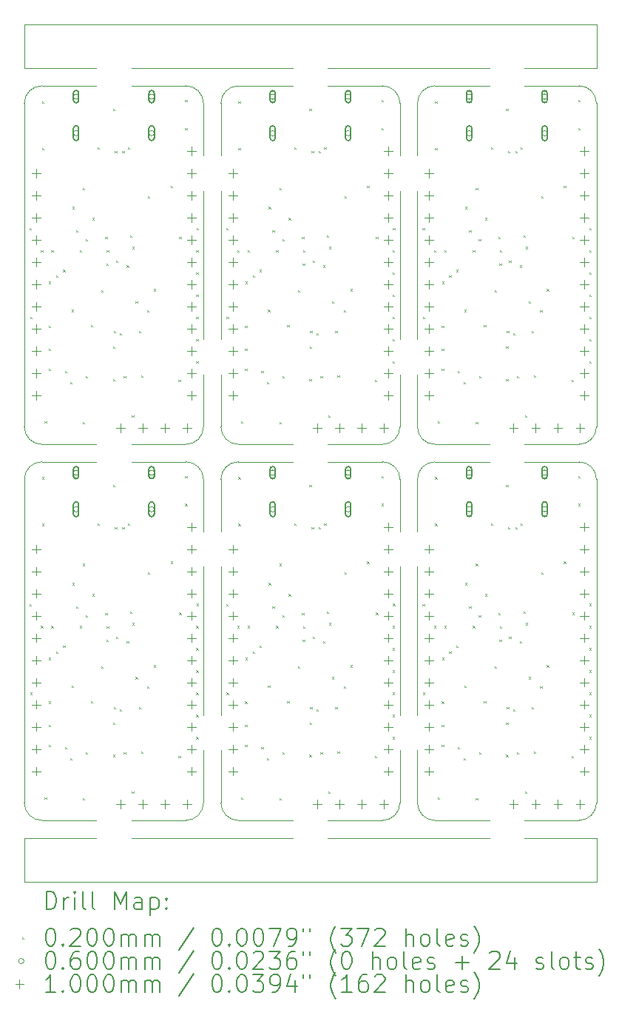
<source format=gbr>
%TF.GenerationSoftware,KiCad,Pcbnew,(6.0.8)*%
%TF.CreationDate,2023-05-03T14:57:22+02:00*%
%TF.ProjectId,Floppy Board v3.1,466c6f70-7079-4204-926f-617264207633,3.0*%
%TF.SameCoordinates,Original*%
%TF.FileFunction,Drillmap*%
%TF.FilePolarity,Positive*%
%FSLAX45Y45*%
G04 Gerber Fmt 4.5, Leading zero omitted, Abs format (unit mm)*
G04 Created by KiCad (PCBNEW (6.0.8)) date 2023-05-03 14:57:22*
%MOMM*%
%LPD*%
G01*
G04 APERTURE LIST*
%ADD10C,0.100000*%
%ADD11C,0.200000*%
%ADD12C,0.020000*%
%ADD13C,0.060000*%
G04 APERTURE END LIST*
D10*
X14156200Y-13680800D02*
X14781200Y-13680800D01*
X16006200Y-13680800D02*
X15381200Y-13680800D01*
X16406200Y-13680800D02*
X17031200Y-13680800D01*
X16406200Y-13880800D02*
X17231200Y-13880800D01*
X14156200Y-13880800D02*
X16006200Y-13880800D01*
X11506200Y-13880800D02*
X10681200Y-13880800D01*
X11506200Y-13680800D02*
X10881200Y-13680800D01*
X11906200Y-13680800D02*
X12531200Y-13680800D01*
X13756200Y-13880800D02*
X11906200Y-13880800D01*
X13756200Y-13680800D02*
X13131200Y-13680800D01*
X12931200Y-12880800D02*
X12931200Y-13480800D01*
X12731200Y-12880800D02*
X12731200Y-13480800D01*
X12731200Y-12480800D02*
X12731200Y-10780800D01*
X12931200Y-10780800D02*
X12931200Y-12480800D01*
X15181200Y-12880800D02*
X15181200Y-13480800D01*
X14981200Y-12880800D02*
X14981200Y-13480800D01*
X14981200Y-12480800D02*
X14981200Y-10780800D01*
X15181200Y-10780800D02*
X15181200Y-12480800D01*
X16406200Y-9580800D02*
X17031200Y-9580800D01*
X16406200Y-9380800D02*
X17031200Y-9380800D01*
X15181200Y-6080800D02*
X15181200Y-5480800D01*
X14981200Y-6080800D02*
X14981200Y-5480800D01*
X15181200Y-8180800D02*
X15181200Y-6480800D01*
X14981200Y-6480800D02*
X14981200Y-8180800D01*
X14981200Y-8580800D02*
X14981200Y-9180800D01*
X15181200Y-8580800D02*
X15181200Y-9180800D01*
X16006200Y-9380800D02*
X15381200Y-9380800D01*
X16006200Y-9580800D02*
X15381200Y-9580800D01*
X15181200Y-10380800D02*
X15181200Y-9780800D01*
X14981200Y-10380800D02*
X14981200Y-9780800D01*
X14156200Y-9580800D02*
X14781200Y-9580800D01*
X14156200Y-9380800D02*
X14781200Y-9380800D01*
X13756200Y-9380800D02*
X13131200Y-9380800D01*
X13756200Y-9580800D02*
X13131200Y-9580800D01*
X11506200Y-9580800D02*
X10881200Y-9580800D01*
X11506200Y-9380800D02*
X10881200Y-9380800D01*
X11906200Y-9380800D02*
X12531200Y-9380800D01*
X11906200Y-9580800D02*
X12531200Y-9580800D01*
X12931200Y-10380800D02*
X12931200Y-9780800D01*
X12731200Y-10380800D02*
X12731200Y-9780800D01*
X12931200Y-8580800D02*
X12931200Y-9180800D01*
X12731200Y-8580800D02*
X12731200Y-9180800D01*
X12731200Y-6480800D02*
X12731200Y-8180800D01*
X12931200Y-6480800D02*
X12931200Y-8180800D01*
X12931200Y-5480800D02*
X12931200Y-6080800D01*
X12731200Y-5480800D02*
X12731200Y-6080800D01*
X11506200Y-5280800D02*
X10881200Y-5280800D01*
X12531200Y-5280800D02*
X11906200Y-5280800D01*
X13756200Y-5280800D02*
X13131200Y-5280800D01*
X14781200Y-5280800D02*
X14156200Y-5280800D01*
X16006200Y-5280800D02*
X15381200Y-5280800D01*
X17031200Y-5280800D02*
X16406200Y-5280800D01*
X16406200Y-5080800D02*
X17231200Y-5080800D01*
X14156200Y-5080800D02*
X16006200Y-5080800D01*
X11906200Y-5080800D02*
X13756200Y-5080800D01*
X10681200Y-5080800D02*
X11506200Y-5080800D01*
X10681200Y-14380800D02*
X10681200Y-13880800D01*
X17231200Y-14380800D02*
X10681200Y-14380800D01*
X17231200Y-13880800D02*
X17231200Y-14380800D01*
X17231200Y-4580800D02*
X17231200Y-5080800D01*
X10681200Y-4580800D02*
X17231200Y-4580800D01*
X10681200Y-5080800D02*
X10681200Y-4580800D01*
X17231200Y-9780800D02*
G75*
G03*
X17031200Y-9580800I-200000J0D01*
G01*
X15381200Y-9580800D02*
G75*
G03*
X15181200Y-9780800I0J-200000D01*
G01*
X17231200Y-9780800D02*
X17231200Y-13480800D01*
X15181200Y-13480800D02*
G75*
G03*
X15381200Y-13680800I200000J0D01*
G01*
X17031200Y-13680800D02*
G75*
G03*
X17231200Y-13480800I0J200000D01*
G01*
X17231200Y-5480800D02*
G75*
G03*
X17031200Y-5280800I-200000J0D01*
G01*
X15381200Y-5280800D02*
G75*
G03*
X15181200Y-5480800I0J-200000D01*
G01*
X17231200Y-5480800D02*
X17231200Y-9180800D01*
X15181200Y-9180800D02*
G75*
G03*
X15381200Y-9380800I200000J0D01*
G01*
X17031200Y-9380800D02*
G75*
G03*
X17231200Y-9180800I0J200000D01*
G01*
X14981200Y-9780800D02*
G75*
G03*
X14781200Y-9580800I-200000J0D01*
G01*
X13131200Y-9580800D02*
G75*
G03*
X12931200Y-9780800I0J-200000D01*
G01*
X12931200Y-13480800D02*
G75*
G03*
X13131200Y-13680800I200000J0D01*
G01*
X14781200Y-13680800D02*
G75*
G03*
X14981200Y-13480800I0J200000D01*
G01*
X14981200Y-5480800D02*
G75*
G03*
X14781200Y-5280800I-200000J0D01*
G01*
X13131200Y-5280800D02*
G75*
G03*
X12931200Y-5480800I0J-200000D01*
G01*
X12931200Y-9180800D02*
G75*
G03*
X13131200Y-9380800I200000J0D01*
G01*
X14781200Y-9380800D02*
G75*
G03*
X14981200Y-9180800I0J200000D01*
G01*
X12731200Y-9780800D02*
G75*
G03*
X12531200Y-9580800I-200000J0D01*
G01*
X10881200Y-9580800D02*
G75*
G03*
X10681200Y-9780800I0J-200000D01*
G01*
X10681200Y-13480800D02*
G75*
G03*
X10881200Y-13680800I200000J0D01*
G01*
X10681200Y-13480800D02*
X10681200Y-9780800D01*
X12531200Y-13680800D02*
G75*
G03*
X12731200Y-13480800I0J200000D01*
G01*
X10681200Y-9180800D02*
X10681200Y-5480800D01*
X12531200Y-9380800D02*
G75*
G03*
X12731200Y-9180800I0J200000D01*
G01*
X10681200Y-9180800D02*
G75*
G03*
X10881200Y-9380800I200000J0D01*
G01*
X10881200Y-5280800D02*
G75*
G03*
X10681200Y-5480800I0J-200000D01*
G01*
X12731200Y-5480800D02*
G75*
G03*
X12531200Y-5280800I-200000J0D01*
G01*
D11*
D12*
X10740160Y-6908880D02*
X10760160Y-6928880D01*
X10760160Y-6908880D02*
X10740160Y-6928880D01*
X10740160Y-11208880D02*
X10760160Y-11228880D01*
X10760160Y-11208880D02*
X10740160Y-11228880D01*
X10745240Y-7919800D02*
X10765240Y-7939800D01*
X10765240Y-7919800D02*
X10745240Y-7939800D01*
X10745240Y-12219800D02*
X10765240Y-12239800D01*
X10765240Y-12219800D02*
X10745240Y-12239800D01*
X10869700Y-7157800D02*
X10889700Y-7177800D01*
X10889700Y-7157800D02*
X10869700Y-7177800D01*
X10869700Y-11457800D02*
X10889700Y-11477800D01*
X10889700Y-11457800D02*
X10869700Y-11477800D01*
X10882400Y-5456000D02*
X10902400Y-5476000D01*
X10902400Y-5456000D02*
X10882400Y-5476000D01*
X10882400Y-5989400D02*
X10902400Y-6009400D01*
X10902400Y-5989400D02*
X10882400Y-6009400D01*
X10882400Y-9756000D02*
X10902400Y-9776000D01*
X10902400Y-9756000D02*
X10882400Y-9776000D01*
X10882400Y-10289400D02*
X10902400Y-10309400D01*
X10902400Y-10289400D02*
X10882400Y-10309400D01*
X10912880Y-9118680D02*
X10932880Y-9138680D01*
X10932880Y-9118680D02*
X10912880Y-9138680D01*
X10912880Y-13418680D02*
X10932880Y-13438680D01*
X10932880Y-13418680D02*
X10912880Y-13438680D01*
X10958600Y-8021400D02*
X10978600Y-8041400D01*
X10978600Y-8021400D02*
X10958600Y-8041400D01*
X10958600Y-8288100D02*
X10978600Y-8308100D01*
X10978600Y-8288100D02*
X10958600Y-8308100D01*
X10958600Y-8516700D02*
X10978600Y-8536700D01*
X10978600Y-8516700D02*
X10958600Y-8536700D01*
X10958600Y-12321400D02*
X10978600Y-12341400D01*
X10978600Y-12321400D02*
X10958600Y-12341400D01*
X10958600Y-12588100D02*
X10978600Y-12608100D01*
X10978600Y-12588100D02*
X10958600Y-12608100D01*
X10958600Y-12816700D02*
X10978600Y-12836700D01*
X10978600Y-12816700D02*
X10958600Y-12836700D01*
X10961140Y-7521020D02*
X10981140Y-7541020D01*
X10981140Y-7521020D02*
X10961140Y-7541020D01*
X10961140Y-11821020D02*
X10981140Y-11841020D01*
X10981140Y-11821020D02*
X10961140Y-11841020D01*
X10989080Y-7157800D02*
X11009080Y-7177800D01*
X11009080Y-7157800D02*
X10989080Y-7177800D01*
X10989080Y-11457800D02*
X11009080Y-11477800D01*
X11009080Y-11457800D02*
X10989080Y-11477800D01*
X11044960Y-7449900D02*
X11064960Y-7469900D01*
X11064960Y-7449900D02*
X11044960Y-7469900D01*
X11044960Y-11749900D02*
X11064960Y-11769900D01*
X11064960Y-11749900D02*
X11044960Y-11769900D01*
X11123700Y-7383860D02*
X11143700Y-7403860D01*
X11143700Y-7383860D02*
X11123700Y-7403860D01*
X11123700Y-11683860D02*
X11143700Y-11703860D01*
X11143700Y-11683860D02*
X11123700Y-11703860D01*
X11143550Y-8539560D02*
X11163550Y-8559560D01*
X11163550Y-8539560D02*
X11143550Y-8559560D01*
X11143550Y-12839560D02*
X11163550Y-12859560D01*
X11163550Y-12839560D02*
X11143550Y-12859560D01*
X11207520Y-8666560D02*
X11227520Y-8686560D01*
X11227520Y-8666560D02*
X11207520Y-8686560D01*
X11207520Y-12966560D02*
X11227520Y-12986560D01*
X11227520Y-12966560D02*
X11207520Y-12986560D01*
X11220220Y-7841060D02*
X11240220Y-7861060D01*
X11240220Y-7841060D02*
X11220220Y-7861060D01*
X11220220Y-12141060D02*
X11240220Y-12161060D01*
X11240220Y-12141060D02*
X11220220Y-12161060D01*
X11227840Y-6665040D02*
X11247840Y-6685040D01*
X11247840Y-6665040D02*
X11227840Y-6685040D01*
X11227840Y-10965040D02*
X11247840Y-10985040D01*
X11247840Y-10965040D02*
X11227840Y-10985040D01*
X11271357Y-6932077D02*
X11291357Y-6952077D01*
X11291357Y-6932077D02*
X11271357Y-6952077D01*
X11271357Y-11232077D02*
X11291357Y-11252077D01*
X11291357Y-11232077D02*
X11271357Y-11252077D01*
X11314200Y-7157800D02*
X11334200Y-7177800D01*
X11334200Y-7157800D02*
X11314200Y-7177800D01*
X11314200Y-11457800D02*
X11334200Y-11477800D01*
X11334200Y-11457800D02*
X11314200Y-11477800D01*
X11349760Y-6446600D02*
X11369760Y-6466600D01*
X11369760Y-6446600D02*
X11349760Y-6466600D01*
X11349760Y-9123760D02*
X11369760Y-9143760D01*
X11369760Y-9123760D02*
X11349760Y-9143760D01*
X11349760Y-10746600D02*
X11369760Y-10766600D01*
X11369760Y-10746600D02*
X11349760Y-10766600D01*
X11349760Y-13423760D02*
X11369760Y-13443760D01*
X11369760Y-13423760D02*
X11349760Y-13443760D01*
X11384387Y-7031733D02*
X11404387Y-7051733D01*
X11404387Y-7031733D02*
X11384387Y-7051733D01*
X11384387Y-11331733D02*
X11404387Y-11351733D01*
X11404387Y-11331733D02*
X11384387Y-11351733D01*
X11385320Y-8600520D02*
X11405320Y-8620520D01*
X11405320Y-8600520D02*
X11385320Y-8620520D01*
X11385320Y-12900520D02*
X11405320Y-12920520D01*
X11405320Y-12900520D02*
X11385320Y-12920520D01*
X11441200Y-8013780D02*
X11461200Y-8033780D01*
X11461200Y-8013780D02*
X11441200Y-8033780D01*
X11441200Y-12313780D02*
X11461200Y-12333780D01*
X11461200Y-12313780D02*
X11441200Y-12333780D01*
X11456440Y-6792040D02*
X11476440Y-6812040D01*
X11476440Y-6792040D02*
X11456440Y-6812040D01*
X11456440Y-11092040D02*
X11476440Y-11112040D01*
X11476440Y-11092040D02*
X11456440Y-11112040D01*
X11519940Y-5981780D02*
X11539940Y-6001780D01*
X11539940Y-5981780D02*
X11519940Y-6001780D01*
X11519940Y-10281780D02*
X11539940Y-10301780D01*
X11539940Y-10281780D02*
X11519940Y-10301780D01*
X11563120Y-7620080D02*
X11583120Y-7640080D01*
X11583120Y-7620080D02*
X11563120Y-7640080D01*
X11563120Y-11920080D02*
X11583120Y-11940080D01*
X11583120Y-11920080D02*
X11563120Y-11940080D01*
X11608279Y-7008857D02*
X11628279Y-7028857D01*
X11628279Y-7008857D02*
X11608279Y-7028857D01*
X11608279Y-11308857D02*
X11628279Y-11328857D01*
X11628279Y-11308857D02*
X11608279Y-11328857D01*
X11619000Y-7315280D02*
X11639000Y-7335280D01*
X11639000Y-7315280D02*
X11619000Y-7335280D01*
X11619000Y-11615280D02*
X11639000Y-11635280D01*
X11639000Y-11615280D02*
X11619000Y-11635280D01*
X11624080Y-7162880D02*
X11644080Y-7182880D01*
X11644080Y-7162880D02*
X11624080Y-7182880D01*
X11624080Y-11462880D02*
X11644080Y-11482880D01*
X11644080Y-11462880D02*
X11624080Y-11482880D01*
X11695200Y-5542360D02*
X11715200Y-5562360D01*
X11715200Y-5542360D02*
X11695200Y-5562360D01*
X11695200Y-8631000D02*
X11715200Y-8651000D01*
X11715200Y-8631000D02*
X11695200Y-8651000D01*
X11695200Y-9842360D02*
X11715200Y-9862360D01*
X11715200Y-9842360D02*
X11695200Y-9862360D01*
X11695200Y-12931000D02*
X11715200Y-12951000D01*
X11715200Y-12931000D02*
X11695200Y-12951000D01*
X11696100Y-8260920D02*
X11716100Y-8280920D01*
X11716100Y-8260920D02*
X11696100Y-8280920D01*
X11696100Y-12560920D02*
X11716100Y-12580920D01*
X11716100Y-12560920D02*
X11696100Y-12580920D01*
X11703236Y-8083166D02*
X11723236Y-8103166D01*
X11723236Y-8083166D02*
X11703236Y-8103166D01*
X11703236Y-12383166D02*
X11723236Y-12403166D01*
X11723236Y-12383166D02*
X11703236Y-12403166D01*
X11718060Y-6024960D02*
X11738060Y-6044960D01*
X11738060Y-6024960D02*
X11718060Y-6044960D01*
X11718060Y-10324960D02*
X11738060Y-10344960D01*
X11738060Y-10324960D02*
X11718060Y-10344960D01*
X11731419Y-7280379D02*
X11751419Y-7300379D01*
X11751419Y-7280379D02*
X11731419Y-7300379D01*
X11731419Y-11580379D02*
X11751419Y-11600379D01*
X11751419Y-11580379D02*
X11731419Y-11600379D01*
X11774750Y-8107760D02*
X11794750Y-8127760D01*
X11794750Y-8107760D02*
X11774750Y-8127760D01*
X11774750Y-12407760D02*
X11794750Y-12427760D01*
X11794750Y-12407760D02*
X11774750Y-12427760D01*
X11801880Y-6027500D02*
X11821880Y-6047500D01*
X11821880Y-6027500D02*
X11801880Y-6047500D01*
X11801880Y-10327500D02*
X11821880Y-10347500D01*
X11821880Y-10327500D02*
X11801880Y-10347500D01*
X11820240Y-8598543D02*
X11840240Y-8618543D01*
X11840240Y-8598543D02*
X11820240Y-8618543D01*
X11820240Y-12898543D02*
X11840240Y-12918543D01*
X11840240Y-12898543D02*
X11820240Y-12918543D01*
X11852680Y-7333060D02*
X11872680Y-7353060D01*
X11872680Y-7333060D02*
X11852680Y-7353060D01*
X11852680Y-11633060D02*
X11872680Y-11653060D01*
X11872680Y-11633060D02*
X11852680Y-11653060D01*
X11862840Y-5981780D02*
X11882840Y-6001780D01*
X11882840Y-5981780D02*
X11862840Y-6001780D01*
X11862840Y-10281780D02*
X11882840Y-10301780D01*
X11882840Y-10281780D02*
X11862840Y-10301780D01*
X11893320Y-6990160D02*
X11913320Y-7010160D01*
X11913320Y-6990160D02*
X11893320Y-7010160D01*
X11893320Y-11290160D02*
X11913320Y-11310160D01*
X11913320Y-11290160D02*
X11893320Y-11310160D01*
X11911100Y-9050100D02*
X11931100Y-9070100D01*
X11931100Y-9050100D02*
X11911100Y-9070100D01*
X11911100Y-13350100D02*
X11931100Y-13370100D01*
X11931100Y-13350100D02*
X11911100Y-13370100D01*
X11918720Y-7122240D02*
X11938720Y-7142240D01*
X11938720Y-7122240D02*
X11918720Y-7142240D01*
X11918720Y-11422240D02*
X11938720Y-11442240D01*
X11938720Y-11422240D02*
X11918720Y-11442240D01*
X11954280Y-7742000D02*
X11974280Y-7762000D01*
X11974280Y-7742000D02*
X11954280Y-7762000D01*
X11954280Y-12042000D02*
X11974280Y-12062000D01*
X11974280Y-12042000D02*
X11954280Y-12062000D01*
X11989840Y-8082360D02*
X12009840Y-8102360D01*
X12009840Y-8082360D02*
X11989840Y-8102360D01*
X11989840Y-12382360D02*
X12009840Y-12402360D01*
X12009840Y-12382360D02*
X11989840Y-12402360D01*
X12015240Y-8592510D02*
X12035240Y-8612510D01*
X12035240Y-8592510D02*
X12015240Y-8612510D01*
X12015240Y-12892510D02*
X12035240Y-12912510D01*
X12035240Y-12892510D02*
X12015240Y-12912510D01*
X12086360Y-7845650D02*
X12106360Y-7865650D01*
X12106360Y-7845650D02*
X12086360Y-7865650D01*
X12086360Y-12145650D02*
X12106360Y-12165650D01*
X12106360Y-12145650D02*
X12086360Y-12165650D01*
X12096520Y-6543120D02*
X12116520Y-6563120D01*
X12116520Y-6543120D02*
X12096520Y-6563120D01*
X12096520Y-10843120D02*
X12116520Y-10863120D01*
X12116520Y-10843120D02*
X12096520Y-10863120D01*
X12162560Y-7604840D02*
X12182560Y-7624840D01*
X12182560Y-7604840D02*
X12162560Y-7624840D01*
X12162560Y-11904840D02*
X12182560Y-11924840D01*
X12182560Y-11904840D02*
X12162560Y-11924840D01*
X12355600Y-6421200D02*
X12375600Y-6441200D01*
X12375600Y-6421200D02*
X12355600Y-6441200D01*
X12355600Y-10721200D02*
X12375600Y-10741200D01*
X12375600Y-10721200D02*
X12355600Y-10741200D01*
X12444500Y-8643700D02*
X12464500Y-8663700D01*
X12464500Y-8643700D02*
X12444500Y-8663700D01*
X12444500Y-12943700D02*
X12464500Y-12963700D01*
X12464500Y-12943700D02*
X12444500Y-12963700D01*
X12454660Y-7005400D02*
X12474660Y-7025400D01*
X12474660Y-7005400D02*
X12454660Y-7025400D01*
X12454660Y-11305400D02*
X12474660Y-11325400D01*
X12474660Y-11305400D02*
X12454660Y-11325400D01*
X12520700Y-5443300D02*
X12540700Y-5463300D01*
X12540700Y-5443300D02*
X12520700Y-5463300D01*
X12520700Y-5760800D02*
X12540700Y-5780800D01*
X12540700Y-5760800D02*
X12520700Y-5780800D01*
X12520700Y-9743300D02*
X12540700Y-9763300D01*
X12540700Y-9743300D02*
X12520700Y-9763300D01*
X12520700Y-10060800D02*
X12540700Y-10080800D01*
X12540700Y-10060800D02*
X12520700Y-10080800D01*
X12647700Y-7157800D02*
X12667700Y-7177800D01*
X12667700Y-7157800D02*
X12647700Y-7177800D01*
X12647700Y-7411800D02*
X12667700Y-7431800D01*
X12667700Y-7411800D02*
X12647700Y-7431800D01*
X12647700Y-7665800D02*
X12667700Y-7685800D01*
X12667700Y-7665800D02*
X12647700Y-7685800D01*
X12647700Y-7919800D02*
X12667700Y-7939800D01*
X12667700Y-7919800D02*
X12647700Y-7939800D01*
X12647700Y-8173800D02*
X12667700Y-8193800D01*
X12667700Y-8173800D02*
X12647700Y-8193800D01*
X12647700Y-8427800D02*
X12667700Y-8447800D01*
X12667700Y-8427800D02*
X12647700Y-8447800D01*
X12647700Y-11457800D02*
X12667700Y-11477800D01*
X12667700Y-11457800D02*
X12647700Y-11477800D01*
X12647700Y-11711800D02*
X12667700Y-11731800D01*
X12667700Y-11711800D02*
X12647700Y-11731800D01*
X12647700Y-11965800D02*
X12667700Y-11985800D01*
X12667700Y-11965800D02*
X12647700Y-11985800D01*
X12647700Y-12219800D02*
X12667700Y-12239800D01*
X12667700Y-12219800D02*
X12647700Y-12239800D01*
X12647700Y-12473800D02*
X12667700Y-12493800D01*
X12667700Y-12473800D02*
X12647700Y-12493800D01*
X12647700Y-12727800D02*
X12667700Y-12747800D01*
X12667700Y-12727800D02*
X12647700Y-12747800D01*
X12650240Y-6903800D02*
X12670240Y-6923800D01*
X12670240Y-6903800D02*
X12650240Y-6923800D01*
X12650240Y-11203800D02*
X12670240Y-11223800D01*
X12670240Y-11203800D02*
X12650240Y-11223800D01*
X12990160Y-6908880D02*
X13010160Y-6928880D01*
X13010160Y-6908880D02*
X12990160Y-6928880D01*
X12990160Y-11208880D02*
X13010160Y-11228880D01*
X13010160Y-11208880D02*
X12990160Y-11228880D01*
X12995240Y-7919800D02*
X13015240Y-7939800D01*
X13015240Y-7919800D02*
X12995240Y-7939800D01*
X12995240Y-12219800D02*
X13015240Y-12239800D01*
X13015240Y-12219800D02*
X12995240Y-12239800D01*
X13119700Y-7157800D02*
X13139700Y-7177800D01*
X13139700Y-7157800D02*
X13119700Y-7177800D01*
X13119700Y-11457800D02*
X13139700Y-11477800D01*
X13139700Y-11457800D02*
X13119700Y-11477800D01*
X13132400Y-5456000D02*
X13152400Y-5476000D01*
X13152400Y-5456000D02*
X13132400Y-5476000D01*
X13132400Y-5989400D02*
X13152400Y-6009400D01*
X13152400Y-5989400D02*
X13132400Y-6009400D01*
X13132400Y-9756000D02*
X13152400Y-9776000D01*
X13152400Y-9756000D02*
X13132400Y-9776000D01*
X13132400Y-10289400D02*
X13152400Y-10309400D01*
X13152400Y-10289400D02*
X13132400Y-10309400D01*
X13162880Y-9118680D02*
X13182880Y-9138680D01*
X13182880Y-9118680D02*
X13162880Y-9138680D01*
X13162880Y-13418680D02*
X13182880Y-13438680D01*
X13182880Y-13418680D02*
X13162880Y-13438680D01*
X13208600Y-8021400D02*
X13228600Y-8041400D01*
X13228600Y-8021400D02*
X13208600Y-8041400D01*
X13208600Y-8288100D02*
X13228600Y-8308100D01*
X13228600Y-8288100D02*
X13208600Y-8308100D01*
X13208600Y-8516700D02*
X13228600Y-8536700D01*
X13228600Y-8516700D02*
X13208600Y-8536700D01*
X13208600Y-12321400D02*
X13228600Y-12341400D01*
X13228600Y-12321400D02*
X13208600Y-12341400D01*
X13208600Y-12588100D02*
X13228600Y-12608100D01*
X13228600Y-12588100D02*
X13208600Y-12608100D01*
X13208600Y-12816700D02*
X13228600Y-12836700D01*
X13228600Y-12816700D02*
X13208600Y-12836700D01*
X13211140Y-7521020D02*
X13231140Y-7541020D01*
X13231140Y-7521020D02*
X13211140Y-7541020D01*
X13211140Y-11821020D02*
X13231140Y-11841020D01*
X13231140Y-11821020D02*
X13211140Y-11841020D01*
X13239080Y-7157800D02*
X13259080Y-7177800D01*
X13259080Y-7157800D02*
X13239080Y-7177800D01*
X13239080Y-11457800D02*
X13259080Y-11477800D01*
X13259080Y-11457800D02*
X13239080Y-11477800D01*
X13294960Y-7449900D02*
X13314960Y-7469900D01*
X13314960Y-7449900D02*
X13294960Y-7469900D01*
X13294960Y-11749900D02*
X13314960Y-11769900D01*
X13314960Y-11749900D02*
X13294960Y-11769900D01*
X13373700Y-7383860D02*
X13393700Y-7403860D01*
X13393700Y-7383860D02*
X13373700Y-7403860D01*
X13373700Y-11683860D02*
X13393700Y-11703860D01*
X13393700Y-11683860D02*
X13373700Y-11703860D01*
X13393550Y-8539560D02*
X13413550Y-8559560D01*
X13413550Y-8539560D02*
X13393550Y-8559560D01*
X13393550Y-12839560D02*
X13413550Y-12859560D01*
X13413550Y-12839560D02*
X13393550Y-12859560D01*
X13457520Y-8666560D02*
X13477520Y-8686560D01*
X13477520Y-8666560D02*
X13457520Y-8686560D01*
X13457520Y-12966560D02*
X13477520Y-12986560D01*
X13477520Y-12966560D02*
X13457520Y-12986560D01*
X13470220Y-7841060D02*
X13490220Y-7861060D01*
X13490220Y-7841060D02*
X13470220Y-7861060D01*
X13470220Y-12141060D02*
X13490220Y-12161060D01*
X13490220Y-12141060D02*
X13470220Y-12161060D01*
X13477840Y-6665040D02*
X13497840Y-6685040D01*
X13497840Y-6665040D02*
X13477840Y-6685040D01*
X13477840Y-10965040D02*
X13497840Y-10985040D01*
X13497840Y-10965040D02*
X13477840Y-10985040D01*
X13521357Y-6932077D02*
X13541357Y-6952077D01*
X13541357Y-6932077D02*
X13521357Y-6952077D01*
X13521357Y-11232077D02*
X13541357Y-11252077D01*
X13541357Y-11232077D02*
X13521357Y-11252077D01*
X13564200Y-7157800D02*
X13584200Y-7177800D01*
X13584200Y-7157800D02*
X13564200Y-7177800D01*
X13564200Y-11457800D02*
X13584200Y-11477800D01*
X13584200Y-11457800D02*
X13564200Y-11477800D01*
X13599760Y-6446600D02*
X13619760Y-6466600D01*
X13619760Y-6446600D02*
X13599760Y-6466600D01*
X13599760Y-9123760D02*
X13619760Y-9143760D01*
X13619760Y-9123760D02*
X13599760Y-9143760D01*
X13599760Y-10746600D02*
X13619760Y-10766600D01*
X13619760Y-10746600D02*
X13599760Y-10766600D01*
X13599760Y-13423760D02*
X13619760Y-13443760D01*
X13619760Y-13423760D02*
X13599760Y-13443760D01*
X13634387Y-7031733D02*
X13654387Y-7051733D01*
X13654387Y-7031733D02*
X13634387Y-7051733D01*
X13634387Y-11331733D02*
X13654387Y-11351733D01*
X13654387Y-11331733D02*
X13634387Y-11351733D01*
X13635320Y-8600520D02*
X13655320Y-8620520D01*
X13655320Y-8600520D02*
X13635320Y-8620520D01*
X13635320Y-12900520D02*
X13655320Y-12920520D01*
X13655320Y-12900520D02*
X13635320Y-12920520D01*
X13691200Y-8013780D02*
X13711200Y-8033780D01*
X13711200Y-8013780D02*
X13691200Y-8033780D01*
X13691200Y-12313780D02*
X13711200Y-12333780D01*
X13711200Y-12313780D02*
X13691200Y-12333780D01*
X13706440Y-6792040D02*
X13726440Y-6812040D01*
X13726440Y-6792040D02*
X13706440Y-6812040D01*
X13706440Y-11092040D02*
X13726440Y-11112040D01*
X13726440Y-11092040D02*
X13706440Y-11112040D01*
X13769940Y-5981780D02*
X13789940Y-6001780D01*
X13789940Y-5981780D02*
X13769940Y-6001780D01*
X13769940Y-10281780D02*
X13789940Y-10301780D01*
X13789940Y-10281780D02*
X13769940Y-10301780D01*
X13813120Y-7620080D02*
X13833120Y-7640080D01*
X13833120Y-7620080D02*
X13813120Y-7640080D01*
X13813120Y-11920080D02*
X13833120Y-11940080D01*
X13833120Y-11920080D02*
X13813120Y-11940080D01*
X13858279Y-7008857D02*
X13878279Y-7028857D01*
X13878279Y-7008857D02*
X13858279Y-7028857D01*
X13858279Y-11308857D02*
X13878279Y-11328857D01*
X13878279Y-11308857D02*
X13858279Y-11328857D01*
X13869000Y-7315280D02*
X13889000Y-7335280D01*
X13889000Y-7315280D02*
X13869000Y-7335280D01*
X13869000Y-11615280D02*
X13889000Y-11635280D01*
X13889000Y-11615280D02*
X13869000Y-11635280D01*
X13874080Y-7162880D02*
X13894080Y-7182880D01*
X13894080Y-7162880D02*
X13874080Y-7182880D01*
X13874080Y-11462880D02*
X13894080Y-11482880D01*
X13894080Y-11462880D02*
X13874080Y-11482880D01*
X13945200Y-5542360D02*
X13965200Y-5562360D01*
X13965200Y-5542360D02*
X13945200Y-5562360D01*
X13945200Y-8631000D02*
X13965200Y-8651000D01*
X13965200Y-8631000D02*
X13945200Y-8651000D01*
X13945200Y-9842360D02*
X13965200Y-9862360D01*
X13965200Y-9842360D02*
X13945200Y-9862360D01*
X13945200Y-12931000D02*
X13965200Y-12951000D01*
X13965200Y-12931000D02*
X13945200Y-12951000D01*
X13946100Y-8260920D02*
X13966100Y-8280920D01*
X13966100Y-8260920D02*
X13946100Y-8280920D01*
X13946100Y-12560920D02*
X13966100Y-12580920D01*
X13966100Y-12560920D02*
X13946100Y-12580920D01*
X13953236Y-8083166D02*
X13973236Y-8103166D01*
X13973236Y-8083166D02*
X13953236Y-8103166D01*
X13953236Y-12383166D02*
X13973236Y-12403166D01*
X13973236Y-12383166D02*
X13953236Y-12403166D01*
X13968060Y-6024960D02*
X13988060Y-6044960D01*
X13988060Y-6024960D02*
X13968060Y-6044960D01*
X13968060Y-10324960D02*
X13988060Y-10344960D01*
X13988060Y-10324960D02*
X13968060Y-10344960D01*
X13981419Y-7280379D02*
X14001419Y-7300379D01*
X14001419Y-7280379D02*
X13981419Y-7300379D01*
X13981419Y-11580379D02*
X14001419Y-11600379D01*
X14001419Y-11580379D02*
X13981419Y-11600379D01*
X14024750Y-8107760D02*
X14044750Y-8127760D01*
X14044750Y-8107760D02*
X14024750Y-8127760D01*
X14024750Y-12407760D02*
X14044750Y-12427760D01*
X14044750Y-12407760D02*
X14024750Y-12427760D01*
X14051880Y-6027500D02*
X14071880Y-6047500D01*
X14071880Y-6027500D02*
X14051880Y-6047500D01*
X14051880Y-10327500D02*
X14071880Y-10347500D01*
X14071880Y-10327500D02*
X14051880Y-10347500D01*
X14070240Y-8598543D02*
X14090240Y-8618543D01*
X14090240Y-8598543D02*
X14070240Y-8618543D01*
X14070240Y-12898543D02*
X14090240Y-12918543D01*
X14090240Y-12898543D02*
X14070240Y-12918543D01*
X14102680Y-7333060D02*
X14122680Y-7353060D01*
X14122680Y-7333060D02*
X14102680Y-7353060D01*
X14102680Y-11633060D02*
X14122680Y-11653060D01*
X14122680Y-11633060D02*
X14102680Y-11653060D01*
X14112840Y-5981780D02*
X14132840Y-6001780D01*
X14132840Y-5981780D02*
X14112840Y-6001780D01*
X14112840Y-10281780D02*
X14132840Y-10301780D01*
X14132840Y-10281780D02*
X14112840Y-10301780D01*
X14143320Y-6990160D02*
X14163320Y-7010160D01*
X14163320Y-6990160D02*
X14143320Y-7010160D01*
X14143320Y-11290160D02*
X14163320Y-11310160D01*
X14163320Y-11290160D02*
X14143320Y-11310160D01*
X14161100Y-9050100D02*
X14181100Y-9070100D01*
X14181100Y-9050100D02*
X14161100Y-9070100D01*
X14161100Y-13350100D02*
X14181100Y-13370100D01*
X14181100Y-13350100D02*
X14161100Y-13370100D01*
X14168720Y-7122240D02*
X14188720Y-7142240D01*
X14188720Y-7122240D02*
X14168720Y-7142240D01*
X14168720Y-11422240D02*
X14188720Y-11442240D01*
X14188720Y-11422240D02*
X14168720Y-11442240D01*
X14204280Y-7742000D02*
X14224280Y-7762000D01*
X14224280Y-7742000D02*
X14204280Y-7762000D01*
X14204280Y-12042000D02*
X14224280Y-12062000D01*
X14224280Y-12042000D02*
X14204280Y-12062000D01*
X14239840Y-8082360D02*
X14259840Y-8102360D01*
X14259840Y-8082360D02*
X14239840Y-8102360D01*
X14239840Y-12382360D02*
X14259840Y-12402360D01*
X14259840Y-12382360D02*
X14239840Y-12402360D01*
X14265240Y-8592510D02*
X14285240Y-8612510D01*
X14285240Y-8592510D02*
X14265240Y-8612510D01*
X14265240Y-12892510D02*
X14285240Y-12912510D01*
X14285240Y-12892510D02*
X14265240Y-12912510D01*
X14336360Y-7845650D02*
X14356360Y-7865650D01*
X14356360Y-7845650D02*
X14336360Y-7865650D01*
X14336360Y-12145650D02*
X14356360Y-12165650D01*
X14356360Y-12145650D02*
X14336360Y-12165650D01*
X14346520Y-6543120D02*
X14366520Y-6563120D01*
X14366520Y-6543120D02*
X14346520Y-6563120D01*
X14346520Y-10843120D02*
X14366520Y-10863120D01*
X14366520Y-10843120D02*
X14346520Y-10863120D01*
X14412560Y-7604840D02*
X14432560Y-7624840D01*
X14432560Y-7604840D02*
X14412560Y-7624840D01*
X14412560Y-11904840D02*
X14432560Y-11924840D01*
X14432560Y-11904840D02*
X14412560Y-11924840D01*
X14605600Y-6421200D02*
X14625600Y-6441200D01*
X14625600Y-6421200D02*
X14605600Y-6441200D01*
X14605600Y-10721200D02*
X14625600Y-10741200D01*
X14625600Y-10721200D02*
X14605600Y-10741200D01*
X14694500Y-8643700D02*
X14714500Y-8663700D01*
X14714500Y-8643700D02*
X14694500Y-8663700D01*
X14694500Y-12943700D02*
X14714500Y-12963700D01*
X14714500Y-12943700D02*
X14694500Y-12963700D01*
X14704660Y-7005400D02*
X14724660Y-7025400D01*
X14724660Y-7005400D02*
X14704660Y-7025400D01*
X14704660Y-11305400D02*
X14724660Y-11325400D01*
X14724660Y-11305400D02*
X14704660Y-11325400D01*
X14770700Y-5443300D02*
X14790700Y-5463300D01*
X14790700Y-5443300D02*
X14770700Y-5463300D01*
X14770700Y-5760800D02*
X14790700Y-5780800D01*
X14790700Y-5760800D02*
X14770700Y-5780800D01*
X14770700Y-9743300D02*
X14790700Y-9763300D01*
X14790700Y-9743300D02*
X14770700Y-9763300D01*
X14770700Y-10060800D02*
X14790700Y-10080800D01*
X14790700Y-10060800D02*
X14770700Y-10080800D01*
X14897700Y-7157800D02*
X14917700Y-7177800D01*
X14917700Y-7157800D02*
X14897700Y-7177800D01*
X14897700Y-7411800D02*
X14917700Y-7431800D01*
X14917700Y-7411800D02*
X14897700Y-7431800D01*
X14897700Y-7665800D02*
X14917700Y-7685800D01*
X14917700Y-7665800D02*
X14897700Y-7685800D01*
X14897700Y-7919800D02*
X14917700Y-7939800D01*
X14917700Y-7919800D02*
X14897700Y-7939800D01*
X14897700Y-8173800D02*
X14917700Y-8193800D01*
X14917700Y-8173800D02*
X14897700Y-8193800D01*
X14897700Y-8427800D02*
X14917700Y-8447800D01*
X14917700Y-8427800D02*
X14897700Y-8447800D01*
X14897700Y-11457800D02*
X14917700Y-11477800D01*
X14917700Y-11457800D02*
X14897700Y-11477800D01*
X14897700Y-11711800D02*
X14917700Y-11731800D01*
X14917700Y-11711800D02*
X14897700Y-11731800D01*
X14897700Y-11965800D02*
X14917700Y-11985800D01*
X14917700Y-11965800D02*
X14897700Y-11985800D01*
X14897700Y-12219800D02*
X14917700Y-12239800D01*
X14917700Y-12219800D02*
X14897700Y-12239800D01*
X14897700Y-12473800D02*
X14917700Y-12493800D01*
X14917700Y-12473800D02*
X14897700Y-12493800D01*
X14897700Y-12727800D02*
X14917700Y-12747800D01*
X14917700Y-12727800D02*
X14897700Y-12747800D01*
X14900240Y-6903800D02*
X14920240Y-6923800D01*
X14920240Y-6903800D02*
X14900240Y-6923800D01*
X14900240Y-11203800D02*
X14920240Y-11223800D01*
X14920240Y-11203800D02*
X14900240Y-11223800D01*
X15240160Y-6908880D02*
X15260160Y-6928880D01*
X15260160Y-6908880D02*
X15240160Y-6928880D01*
X15240160Y-11208880D02*
X15260160Y-11228880D01*
X15260160Y-11208880D02*
X15240160Y-11228880D01*
X15245240Y-7919800D02*
X15265240Y-7939800D01*
X15265240Y-7919800D02*
X15245240Y-7939800D01*
X15245240Y-12219800D02*
X15265240Y-12239800D01*
X15265240Y-12219800D02*
X15245240Y-12239800D01*
X15369700Y-7157800D02*
X15389700Y-7177800D01*
X15389700Y-7157800D02*
X15369700Y-7177800D01*
X15369700Y-11457800D02*
X15389700Y-11477800D01*
X15389700Y-11457800D02*
X15369700Y-11477800D01*
X15382400Y-5456000D02*
X15402400Y-5476000D01*
X15402400Y-5456000D02*
X15382400Y-5476000D01*
X15382400Y-5989400D02*
X15402400Y-6009400D01*
X15402400Y-5989400D02*
X15382400Y-6009400D01*
X15382400Y-9756000D02*
X15402400Y-9776000D01*
X15402400Y-9756000D02*
X15382400Y-9776000D01*
X15382400Y-10289400D02*
X15402400Y-10309400D01*
X15402400Y-10289400D02*
X15382400Y-10309400D01*
X15412880Y-9118680D02*
X15432880Y-9138680D01*
X15432880Y-9118680D02*
X15412880Y-9138680D01*
X15412880Y-13418680D02*
X15432880Y-13438680D01*
X15432880Y-13418680D02*
X15412880Y-13438680D01*
X15458600Y-8021400D02*
X15478600Y-8041400D01*
X15478600Y-8021400D02*
X15458600Y-8041400D01*
X15458600Y-8288100D02*
X15478600Y-8308100D01*
X15478600Y-8288100D02*
X15458600Y-8308100D01*
X15458600Y-8516700D02*
X15478600Y-8536700D01*
X15478600Y-8516700D02*
X15458600Y-8536700D01*
X15458600Y-12321400D02*
X15478600Y-12341400D01*
X15478600Y-12321400D02*
X15458600Y-12341400D01*
X15458600Y-12588100D02*
X15478600Y-12608100D01*
X15478600Y-12588100D02*
X15458600Y-12608100D01*
X15458600Y-12816700D02*
X15478600Y-12836700D01*
X15478600Y-12816700D02*
X15458600Y-12836700D01*
X15461140Y-7521020D02*
X15481140Y-7541020D01*
X15481140Y-7521020D02*
X15461140Y-7541020D01*
X15461140Y-11821020D02*
X15481140Y-11841020D01*
X15481140Y-11821020D02*
X15461140Y-11841020D01*
X15489080Y-7157800D02*
X15509080Y-7177800D01*
X15509080Y-7157800D02*
X15489080Y-7177800D01*
X15489080Y-11457800D02*
X15509080Y-11477800D01*
X15509080Y-11457800D02*
X15489080Y-11477800D01*
X15544960Y-7449900D02*
X15564960Y-7469900D01*
X15564960Y-7449900D02*
X15544960Y-7469900D01*
X15544960Y-11749900D02*
X15564960Y-11769900D01*
X15564960Y-11749900D02*
X15544960Y-11769900D01*
X15623700Y-7383860D02*
X15643700Y-7403860D01*
X15643700Y-7383860D02*
X15623700Y-7403860D01*
X15623700Y-11683860D02*
X15643700Y-11703860D01*
X15643700Y-11683860D02*
X15623700Y-11703860D01*
X15643550Y-8539560D02*
X15663550Y-8559560D01*
X15663550Y-8539560D02*
X15643550Y-8559560D01*
X15643550Y-12839560D02*
X15663550Y-12859560D01*
X15663550Y-12839560D02*
X15643550Y-12859560D01*
X15707520Y-8666560D02*
X15727520Y-8686560D01*
X15727520Y-8666560D02*
X15707520Y-8686560D01*
X15707520Y-12966560D02*
X15727520Y-12986560D01*
X15727520Y-12966560D02*
X15707520Y-12986560D01*
X15720220Y-7841060D02*
X15740220Y-7861060D01*
X15740220Y-7841060D02*
X15720220Y-7861060D01*
X15720220Y-12141060D02*
X15740220Y-12161060D01*
X15740220Y-12141060D02*
X15720220Y-12161060D01*
X15727840Y-6665040D02*
X15747840Y-6685040D01*
X15747840Y-6665040D02*
X15727840Y-6685040D01*
X15727840Y-10965040D02*
X15747840Y-10985040D01*
X15747840Y-10965040D02*
X15727840Y-10985040D01*
X15771357Y-6932077D02*
X15791357Y-6952077D01*
X15791357Y-6932077D02*
X15771357Y-6952077D01*
X15771357Y-11232077D02*
X15791357Y-11252077D01*
X15791357Y-11232077D02*
X15771357Y-11252077D01*
X15814200Y-7157800D02*
X15834200Y-7177800D01*
X15834200Y-7157800D02*
X15814200Y-7177800D01*
X15814200Y-11457800D02*
X15834200Y-11477800D01*
X15834200Y-11457800D02*
X15814200Y-11477800D01*
X15849760Y-6446600D02*
X15869760Y-6466600D01*
X15869760Y-6446600D02*
X15849760Y-6466600D01*
X15849760Y-9123760D02*
X15869760Y-9143760D01*
X15869760Y-9123760D02*
X15849760Y-9143760D01*
X15849760Y-10746600D02*
X15869760Y-10766600D01*
X15869760Y-10746600D02*
X15849760Y-10766600D01*
X15849760Y-13423760D02*
X15869760Y-13443760D01*
X15869760Y-13423760D02*
X15849760Y-13443760D01*
X15884387Y-7031733D02*
X15904387Y-7051733D01*
X15904387Y-7031733D02*
X15884387Y-7051733D01*
X15884387Y-11331733D02*
X15904387Y-11351733D01*
X15904387Y-11331733D02*
X15884387Y-11351733D01*
X15885320Y-8600520D02*
X15905320Y-8620520D01*
X15905320Y-8600520D02*
X15885320Y-8620520D01*
X15885320Y-12900520D02*
X15905320Y-12920520D01*
X15905320Y-12900520D02*
X15885320Y-12920520D01*
X15941200Y-8013780D02*
X15961200Y-8033780D01*
X15961200Y-8013780D02*
X15941200Y-8033780D01*
X15941200Y-12313780D02*
X15961200Y-12333780D01*
X15961200Y-12313780D02*
X15941200Y-12333780D01*
X15956440Y-6792040D02*
X15976440Y-6812040D01*
X15976440Y-6792040D02*
X15956440Y-6812040D01*
X15956440Y-11092040D02*
X15976440Y-11112040D01*
X15976440Y-11092040D02*
X15956440Y-11112040D01*
X16019940Y-5981780D02*
X16039940Y-6001780D01*
X16039940Y-5981780D02*
X16019940Y-6001780D01*
X16019940Y-10281780D02*
X16039940Y-10301780D01*
X16039940Y-10281780D02*
X16019940Y-10301780D01*
X16063120Y-7620080D02*
X16083120Y-7640080D01*
X16083120Y-7620080D02*
X16063120Y-7640080D01*
X16063120Y-11920080D02*
X16083120Y-11940080D01*
X16083120Y-11920080D02*
X16063120Y-11940080D01*
X16108279Y-7008857D02*
X16128279Y-7028857D01*
X16128279Y-7008857D02*
X16108279Y-7028857D01*
X16108279Y-11308857D02*
X16128279Y-11328857D01*
X16128279Y-11308857D02*
X16108279Y-11328857D01*
X16119000Y-7315280D02*
X16139000Y-7335280D01*
X16139000Y-7315280D02*
X16119000Y-7335280D01*
X16119000Y-11615280D02*
X16139000Y-11635280D01*
X16139000Y-11615280D02*
X16119000Y-11635280D01*
X16124080Y-7162880D02*
X16144080Y-7182880D01*
X16144080Y-7162880D02*
X16124080Y-7182880D01*
X16124080Y-11462880D02*
X16144080Y-11482880D01*
X16144080Y-11462880D02*
X16124080Y-11482880D01*
X16195200Y-5542360D02*
X16215200Y-5562360D01*
X16215200Y-5542360D02*
X16195200Y-5562360D01*
X16195200Y-8631000D02*
X16215200Y-8651000D01*
X16215200Y-8631000D02*
X16195200Y-8651000D01*
X16195200Y-9842360D02*
X16215200Y-9862360D01*
X16215200Y-9842360D02*
X16195200Y-9862360D01*
X16195200Y-12931000D02*
X16215200Y-12951000D01*
X16215200Y-12931000D02*
X16195200Y-12951000D01*
X16196100Y-8260920D02*
X16216100Y-8280920D01*
X16216100Y-8260920D02*
X16196100Y-8280920D01*
X16196100Y-12560920D02*
X16216100Y-12580920D01*
X16216100Y-12560920D02*
X16196100Y-12580920D01*
X16203236Y-8083166D02*
X16223236Y-8103166D01*
X16223236Y-8083166D02*
X16203236Y-8103166D01*
X16203236Y-12383166D02*
X16223236Y-12403166D01*
X16223236Y-12383166D02*
X16203236Y-12403166D01*
X16218060Y-6024960D02*
X16238060Y-6044960D01*
X16238060Y-6024960D02*
X16218060Y-6044960D01*
X16218060Y-10324960D02*
X16238060Y-10344960D01*
X16238060Y-10324960D02*
X16218060Y-10344960D01*
X16231419Y-7280379D02*
X16251419Y-7300379D01*
X16251419Y-7280379D02*
X16231419Y-7300379D01*
X16231419Y-11580379D02*
X16251419Y-11600379D01*
X16251419Y-11580379D02*
X16231419Y-11600379D01*
X16274750Y-8107760D02*
X16294750Y-8127760D01*
X16294750Y-8107760D02*
X16274750Y-8127760D01*
X16274750Y-12407760D02*
X16294750Y-12427760D01*
X16294750Y-12407760D02*
X16274750Y-12427760D01*
X16301880Y-6027500D02*
X16321880Y-6047500D01*
X16321880Y-6027500D02*
X16301880Y-6047500D01*
X16301880Y-10327500D02*
X16321880Y-10347500D01*
X16321880Y-10327500D02*
X16301880Y-10347500D01*
X16320240Y-8598543D02*
X16340240Y-8618543D01*
X16340240Y-8598543D02*
X16320240Y-8618543D01*
X16320240Y-12898543D02*
X16340240Y-12918543D01*
X16340240Y-12898543D02*
X16320240Y-12918543D01*
X16352680Y-7333060D02*
X16372680Y-7353060D01*
X16372680Y-7333060D02*
X16352680Y-7353060D01*
X16352680Y-11633060D02*
X16372680Y-11653060D01*
X16372680Y-11633060D02*
X16352680Y-11653060D01*
X16362840Y-5981780D02*
X16382840Y-6001780D01*
X16382840Y-5981780D02*
X16362840Y-6001780D01*
X16362840Y-10281780D02*
X16382840Y-10301780D01*
X16382840Y-10281780D02*
X16362840Y-10301780D01*
X16393320Y-6990160D02*
X16413320Y-7010160D01*
X16413320Y-6990160D02*
X16393320Y-7010160D01*
X16393320Y-11290160D02*
X16413320Y-11310160D01*
X16413320Y-11290160D02*
X16393320Y-11310160D01*
X16411100Y-9050100D02*
X16431100Y-9070100D01*
X16431100Y-9050100D02*
X16411100Y-9070100D01*
X16411100Y-13350100D02*
X16431100Y-13370100D01*
X16431100Y-13350100D02*
X16411100Y-13370100D01*
X16418720Y-7122240D02*
X16438720Y-7142240D01*
X16438720Y-7122240D02*
X16418720Y-7142240D01*
X16418720Y-11422240D02*
X16438720Y-11442240D01*
X16438720Y-11422240D02*
X16418720Y-11442240D01*
X16454280Y-7742000D02*
X16474280Y-7762000D01*
X16474280Y-7742000D02*
X16454280Y-7762000D01*
X16454280Y-12042000D02*
X16474280Y-12062000D01*
X16474280Y-12042000D02*
X16454280Y-12062000D01*
X16489840Y-8082360D02*
X16509840Y-8102360D01*
X16509840Y-8082360D02*
X16489840Y-8102360D01*
X16489840Y-12382360D02*
X16509840Y-12402360D01*
X16509840Y-12382360D02*
X16489840Y-12402360D01*
X16515240Y-8592510D02*
X16535240Y-8612510D01*
X16535240Y-8592510D02*
X16515240Y-8612510D01*
X16515240Y-12892510D02*
X16535240Y-12912510D01*
X16535240Y-12892510D02*
X16515240Y-12912510D01*
X16586360Y-7845650D02*
X16606360Y-7865650D01*
X16606360Y-7845650D02*
X16586360Y-7865650D01*
X16586360Y-12145650D02*
X16606360Y-12165650D01*
X16606360Y-12145650D02*
X16586360Y-12165650D01*
X16596520Y-6543120D02*
X16616520Y-6563120D01*
X16616520Y-6543120D02*
X16596520Y-6563120D01*
X16596520Y-10843120D02*
X16616520Y-10863120D01*
X16616520Y-10843120D02*
X16596520Y-10863120D01*
X16662560Y-7604840D02*
X16682560Y-7624840D01*
X16682560Y-7604840D02*
X16662560Y-7624840D01*
X16662560Y-11904840D02*
X16682560Y-11924840D01*
X16682560Y-11904840D02*
X16662560Y-11924840D01*
X16855600Y-6421200D02*
X16875600Y-6441200D01*
X16875600Y-6421200D02*
X16855600Y-6441200D01*
X16855600Y-10721200D02*
X16875600Y-10741200D01*
X16875600Y-10721200D02*
X16855600Y-10741200D01*
X16944500Y-8643700D02*
X16964500Y-8663700D01*
X16964500Y-8643700D02*
X16944500Y-8663700D01*
X16944500Y-12943700D02*
X16964500Y-12963700D01*
X16964500Y-12943700D02*
X16944500Y-12963700D01*
X16954660Y-7005400D02*
X16974660Y-7025400D01*
X16974660Y-7005400D02*
X16954660Y-7025400D01*
X16954660Y-11305400D02*
X16974660Y-11325400D01*
X16974660Y-11305400D02*
X16954660Y-11325400D01*
X17020700Y-5443300D02*
X17040700Y-5463300D01*
X17040700Y-5443300D02*
X17020700Y-5463300D01*
X17020700Y-5760800D02*
X17040700Y-5780800D01*
X17040700Y-5760800D02*
X17020700Y-5780800D01*
X17020700Y-9743300D02*
X17040700Y-9763300D01*
X17040700Y-9743300D02*
X17020700Y-9763300D01*
X17020700Y-10060800D02*
X17040700Y-10080800D01*
X17040700Y-10060800D02*
X17020700Y-10080800D01*
X17147700Y-7157800D02*
X17167700Y-7177800D01*
X17167700Y-7157800D02*
X17147700Y-7177800D01*
X17147700Y-7411800D02*
X17167700Y-7431800D01*
X17167700Y-7411800D02*
X17147700Y-7431800D01*
X17147700Y-7665800D02*
X17167700Y-7685800D01*
X17167700Y-7665800D02*
X17147700Y-7685800D01*
X17147700Y-7919800D02*
X17167700Y-7939800D01*
X17167700Y-7919800D02*
X17147700Y-7939800D01*
X17147700Y-8173800D02*
X17167700Y-8193800D01*
X17167700Y-8173800D02*
X17147700Y-8193800D01*
X17147700Y-8427800D02*
X17167700Y-8447800D01*
X17167700Y-8427800D02*
X17147700Y-8447800D01*
X17147700Y-11457800D02*
X17167700Y-11477800D01*
X17167700Y-11457800D02*
X17147700Y-11477800D01*
X17147700Y-11711800D02*
X17167700Y-11731800D01*
X17167700Y-11711800D02*
X17147700Y-11731800D01*
X17147700Y-11965800D02*
X17167700Y-11985800D01*
X17167700Y-11965800D02*
X17147700Y-11985800D01*
X17147700Y-12219800D02*
X17167700Y-12239800D01*
X17167700Y-12219800D02*
X17147700Y-12239800D01*
X17147700Y-12473800D02*
X17167700Y-12493800D01*
X17167700Y-12473800D02*
X17147700Y-12493800D01*
X17147700Y-12727800D02*
X17167700Y-12747800D01*
X17167700Y-12727800D02*
X17147700Y-12747800D01*
X17150240Y-6903800D02*
X17170240Y-6923800D01*
X17170240Y-6903800D02*
X17150240Y-6923800D01*
X17150240Y-11203800D02*
X17170240Y-11223800D01*
X17170240Y-11203800D02*
X17150240Y-11223800D01*
D13*
X11303700Y-5405050D02*
G75*
G03*
X11303700Y-5405050I-30000J0D01*
G01*
D11*
X11243700Y-5365050D02*
X11243700Y-5445050D01*
X11303700Y-5365050D02*
X11303700Y-5445050D01*
X11243700Y-5445050D02*
G75*
G03*
X11303700Y-5445050I30000J0D01*
G01*
X11303700Y-5365050D02*
G75*
G03*
X11243700Y-5365050I-30000J0D01*
G01*
D13*
X11303700Y-5823050D02*
G75*
G03*
X11303700Y-5823050I-30000J0D01*
G01*
D11*
X11243700Y-5768050D02*
X11243700Y-5878050D01*
X11303700Y-5768050D02*
X11303700Y-5878050D01*
X11243700Y-5878050D02*
G75*
G03*
X11303700Y-5878050I30000J0D01*
G01*
X11303700Y-5768050D02*
G75*
G03*
X11243700Y-5768050I-30000J0D01*
G01*
D13*
X11303700Y-9705050D02*
G75*
G03*
X11303700Y-9705050I-30000J0D01*
G01*
D11*
X11243700Y-9665050D02*
X11243700Y-9745050D01*
X11303700Y-9665050D02*
X11303700Y-9745050D01*
X11243700Y-9745050D02*
G75*
G03*
X11303700Y-9745050I30000J0D01*
G01*
X11303700Y-9665050D02*
G75*
G03*
X11243700Y-9665050I-30000J0D01*
G01*
D13*
X11303700Y-10123050D02*
G75*
G03*
X11303700Y-10123050I-30000J0D01*
G01*
D11*
X11243700Y-10068050D02*
X11243700Y-10178050D01*
X11303700Y-10068050D02*
X11303700Y-10178050D01*
X11243700Y-10178050D02*
G75*
G03*
X11303700Y-10178050I30000J0D01*
G01*
X11303700Y-10068050D02*
G75*
G03*
X11243700Y-10068050I-30000J0D01*
G01*
D13*
X12167700Y-5405050D02*
G75*
G03*
X12167700Y-5405050I-30000J0D01*
G01*
D11*
X12107700Y-5365050D02*
X12107700Y-5445050D01*
X12167700Y-5365050D02*
X12167700Y-5445050D01*
X12107700Y-5445050D02*
G75*
G03*
X12167700Y-5445050I30000J0D01*
G01*
X12167700Y-5365050D02*
G75*
G03*
X12107700Y-5365050I-30000J0D01*
G01*
D13*
X12167700Y-5823050D02*
G75*
G03*
X12167700Y-5823050I-30000J0D01*
G01*
D11*
X12107700Y-5768050D02*
X12107700Y-5878050D01*
X12167700Y-5768050D02*
X12167700Y-5878050D01*
X12107700Y-5878050D02*
G75*
G03*
X12167700Y-5878050I30000J0D01*
G01*
X12167700Y-5768050D02*
G75*
G03*
X12107700Y-5768050I-30000J0D01*
G01*
D13*
X12167700Y-9705050D02*
G75*
G03*
X12167700Y-9705050I-30000J0D01*
G01*
D11*
X12107700Y-9665050D02*
X12107700Y-9745050D01*
X12167700Y-9665050D02*
X12167700Y-9745050D01*
X12107700Y-9745050D02*
G75*
G03*
X12167700Y-9745050I30000J0D01*
G01*
X12167700Y-9665050D02*
G75*
G03*
X12107700Y-9665050I-30000J0D01*
G01*
D13*
X12167700Y-10123050D02*
G75*
G03*
X12167700Y-10123050I-30000J0D01*
G01*
D11*
X12107700Y-10068050D02*
X12107700Y-10178050D01*
X12167700Y-10068050D02*
X12167700Y-10178050D01*
X12107700Y-10178050D02*
G75*
G03*
X12167700Y-10178050I30000J0D01*
G01*
X12167700Y-10068050D02*
G75*
G03*
X12107700Y-10068050I-30000J0D01*
G01*
D13*
X13553700Y-5405050D02*
G75*
G03*
X13553700Y-5405050I-30000J0D01*
G01*
D11*
X13493700Y-5365050D02*
X13493700Y-5445050D01*
X13553700Y-5365050D02*
X13553700Y-5445050D01*
X13493700Y-5445050D02*
G75*
G03*
X13553700Y-5445050I30000J0D01*
G01*
X13553700Y-5365050D02*
G75*
G03*
X13493700Y-5365050I-30000J0D01*
G01*
D13*
X13553700Y-5823050D02*
G75*
G03*
X13553700Y-5823050I-30000J0D01*
G01*
D11*
X13493700Y-5768050D02*
X13493700Y-5878050D01*
X13553700Y-5768050D02*
X13553700Y-5878050D01*
X13493700Y-5878050D02*
G75*
G03*
X13553700Y-5878050I30000J0D01*
G01*
X13553700Y-5768050D02*
G75*
G03*
X13493700Y-5768050I-30000J0D01*
G01*
D13*
X13553700Y-9705050D02*
G75*
G03*
X13553700Y-9705050I-30000J0D01*
G01*
D11*
X13493700Y-9665050D02*
X13493700Y-9745050D01*
X13553700Y-9665050D02*
X13553700Y-9745050D01*
X13493700Y-9745050D02*
G75*
G03*
X13553700Y-9745050I30000J0D01*
G01*
X13553700Y-9665050D02*
G75*
G03*
X13493700Y-9665050I-30000J0D01*
G01*
D13*
X13553700Y-10123050D02*
G75*
G03*
X13553700Y-10123050I-30000J0D01*
G01*
D11*
X13493700Y-10068050D02*
X13493700Y-10178050D01*
X13553700Y-10068050D02*
X13553700Y-10178050D01*
X13493700Y-10178050D02*
G75*
G03*
X13553700Y-10178050I30000J0D01*
G01*
X13553700Y-10068050D02*
G75*
G03*
X13493700Y-10068050I-30000J0D01*
G01*
D13*
X14417700Y-5405050D02*
G75*
G03*
X14417700Y-5405050I-30000J0D01*
G01*
D11*
X14357700Y-5365050D02*
X14357700Y-5445050D01*
X14417700Y-5365050D02*
X14417700Y-5445050D01*
X14357700Y-5445050D02*
G75*
G03*
X14417700Y-5445050I30000J0D01*
G01*
X14417700Y-5365050D02*
G75*
G03*
X14357700Y-5365050I-30000J0D01*
G01*
D13*
X14417700Y-5823050D02*
G75*
G03*
X14417700Y-5823050I-30000J0D01*
G01*
D11*
X14357700Y-5768050D02*
X14357700Y-5878050D01*
X14417700Y-5768050D02*
X14417700Y-5878050D01*
X14357700Y-5878050D02*
G75*
G03*
X14417700Y-5878050I30000J0D01*
G01*
X14417700Y-5768050D02*
G75*
G03*
X14357700Y-5768050I-30000J0D01*
G01*
D13*
X14417700Y-9705050D02*
G75*
G03*
X14417700Y-9705050I-30000J0D01*
G01*
D11*
X14357700Y-9665050D02*
X14357700Y-9745050D01*
X14417700Y-9665050D02*
X14417700Y-9745050D01*
X14357700Y-9745050D02*
G75*
G03*
X14417700Y-9745050I30000J0D01*
G01*
X14417700Y-9665050D02*
G75*
G03*
X14357700Y-9665050I-30000J0D01*
G01*
D13*
X14417700Y-10123050D02*
G75*
G03*
X14417700Y-10123050I-30000J0D01*
G01*
D11*
X14357700Y-10068050D02*
X14357700Y-10178050D01*
X14417700Y-10068050D02*
X14417700Y-10178050D01*
X14357700Y-10178050D02*
G75*
G03*
X14417700Y-10178050I30000J0D01*
G01*
X14417700Y-10068050D02*
G75*
G03*
X14357700Y-10068050I-30000J0D01*
G01*
D13*
X15803700Y-5405050D02*
G75*
G03*
X15803700Y-5405050I-30000J0D01*
G01*
D11*
X15743700Y-5365050D02*
X15743700Y-5445050D01*
X15803700Y-5365050D02*
X15803700Y-5445050D01*
X15743700Y-5445050D02*
G75*
G03*
X15803700Y-5445050I30000J0D01*
G01*
X15803700Y-5365050D02*
G75*
G03*
X15743700Y-5365050I-30000J0D01*
G01*
D13*
X15803700Y-5823050D02*
G75*
G03*
X15803700Y-5823050I-30000J0D01*
G01*
D11*
X15743700Y-5768050D02*
X15743700Y-5878050D01*
X15803700Y-5768050D02*
X15803700Y-5878050D01*
X15743700Y-5878050D02*
G75*
G03*
X15803700Y-5878050I30000J0D01*
G01*
X15803700Y-5768050D02*
G75*
G03*
X15743700Y-5768050I-30000J0D01*
G01*
D13*
X15803700Y-9705050D02*
G75*
G03*
X15803700Y-9705050I-30000J0D01*
G01*
D11*
X15743700Y-9665050D02*
X15743700Y-9745050D01*
X15803700Y-9665050D02*
X15803700Y-9745050D01*
X15743700Y-9745050D02*
G75*
G03*
X15803700Y-9745050I30000J0D01*
G01*
X15803700Y-9665050D02*
G75*
G03*
X15743700Y-9665050I-30000J0D01*
G01*
D13*
X15803700Y-10123050D02*
G75*
G03*
X15803700Y-10123050I-30000J0D01*
G01*
D11*
X15743700Y-10068050D02*
X15743700Y-10178050D01*
X15803700Y-10068050D02*
X15803700Y-10178050D01*
X15743700Y-10178050D02*
G75*
G03*
X15803700Y-10178050I30000J0D01*
G01*
X15803700Y-10068050D02*
G75*
G03*
X15743700Y-10068050I-30000J0D01*
G01*
D13*
X16667700Y-5405050D02*
G75*
G03*
X16667700Y-5405050I-30000J0D01*
G01*
D11*
X16607700Y-5365050D02*
X16607700Y-5445050D01*
X16667700Y-5365050D02*
X16667700Y-5445050D01*
X16607700Y-5445050D02*
G75*
G03*
X16667700Y-5445050I30000J0D01*
G01*
X16667700Y-5365050D02*
G75*
G03*
X16607700Y-5365050I-30000J0D01*
G01*
D13*
X16667700Y-5823050D02*
G75*
G03*
X16667700Y-5823050I-30000J0D01*
G01*
D11*
X16607700Y-5768050D02*
X16607700Y-5878050D01*
X16667700Y-5768050D02*
X16667700Y-5878050D01*
X16607700Y-5878050D02*
G75*
G03*
X16667700Y-5878050I30000J0D01*
G01*
X16667700Y-5768050D02*
G75*
G03*
X16607700Y-5768050I-30000J0D01*
G01*
D13*
X16667700Y-9705050D02*
G75*
G03*
X16667700Y-9705050I-30000J0D01*
G01*
D11*
X16607700Y-9665050D02*
X16607700Y-9745050D01*
X16667700Y-9665050D02*
X16667700Y-9745050D01*
X16607700Y-9745050D02*
G75*
G03*
X16667700Y-9745050I30000J0D01*
G01*
X16667700Y-9665050D02*
G75*
G03*
X16607700Y-9665050I-30000J0D01*
G01*
D13*
X16667700Y-10123050D02*
G75*
G03*
X16667700Y-10123050I-30000J0D01*
G01*
D11*
X16607700Y-10068050D02*
X16607700Y-10178050D01*
X16667700Y-10068050D02*
X16667700Y-10178050D01*
X16607700Y-10178050D02*
G75*
G03*
X16667700Y-10178050I30000J0D01*
G01*
X16667700Y-10068050D02*
G75*
G03*
X16607700Y-10068050I-30000J0D01*
G01*
D10*
X10816200Y-6228800D02*
X10816200Y-6328800D01*
X10766200Y-6278800D02*
X10866200Y-6278800D01*
X10816200Y-6482800D02*
X10816200Y-6582800D01*
X10766200Y-6532800D02*
X10866200Y-6532800D01*
X10816200Y-6736800D02*
X10816200Y-6836800D01*
X10766200Y-6786800D02*
X10866200Y-6786800D01*
X10816200Y-6990800D02*
X10816200Y-7090800D01*
X10766200Y-7040800D02*
X10866200Y-7040800D01*
X10816200Y-7244800D02*
X10816200Y-7344800D01*
X10766200Y-7294800D02*
X10866200Y-7294800D01*
X10816200Y-7498800D02*
X10816200Y-7598800D01*
X10766200Y-7548800D02*
X10866200Y-7548800D01*
X10816200Y-7752800D02*
X10816200Y-7852800D01*
X10766200Y-7802800D02*
X10866200Y-7802800D01*
X10816200Y-8006800D02*
X10816200Y-8106800D01*
X10766200Y-8056800D02*
X10866200Y-8056800D01*
X10816200Y-8260800D02*
X10816200Y-8360800D01*
X10766200Y-8310800D02*
X10866200Y-8310800D01*
X10816200Y-8514800D02*
X10816200Y-8614800D01*
X10766200Y-8564800D02*
X10866200Y-8564800D01*
X10816200Y-8768800D02*
X10816200Y-8868800D01*
X10766200Y-8818800D02*
X10866200Y-8818800D01*
X10816200Y-10528800D02*
X10816200Y-10628800D01*
X10766200Y-10578800D02*
X10866200Y-10578800D01*
X10816200Y-10782800D02*
X10816200Y-10882800D01*
X10766200Y-10832800D02*
X10866200Y-10832800D01*
X10816200Y-11036800D02*
X10816200Y-11136800D01*
X10766200Y-11086800D02*
X10866200Y-11086800D01*
X10816200Y-11290800D02*
X10816200Y-11390800D01*
X10766200Y-11340800D02*
X10866200Y-11340800D01*
X10816200Y-11544800D02*
X10816200Y-11644800D01*
X10766200Y-11594800D02*
X10866200Y-11594800D01*
X10816200Y-11798800D02*
X10816200Y-11898800D01*
X10766200Y-11848800D02*
X10866200Y-11848800D01*
X10816200Y-12052800D02*
X10816200Y-12152800D01*
X10766200Y-12102800D02*
X10866200Y-12102800D01*
X10816200Y-12306800D02*
X10816200Y-12406800D01*
X10766200Y-12356800D02*
X10866200Y-12356800D01*
X10816200Y-12560800D02*
X10816200Y-12660800D01*
X10766200Y-12610800D02*
X10866200Y-12610800D01*
X10816200Y-12814800D02*
X10816200Y-12914800D01*
X10766200Y-12864800D02*
X10866200Y-12864800D01*
X10816200Y-13068800D02*
X10816200Y-13168800D01*
X10766200Y-13118800D02*
X10866200Y-13118800D01*
X11782200Y-9143800D02*
X11782200Y-9243800D01*
X11732200Y-9193800D02*
X11832200Y-9193800D01*
X11782200Y-13443800D02*
X11782200Y-13543800D01*
X11732200Y-13493800D02*
X11832200Y-13493800D01*
X12036200Y-9143800D02*
X12036200Y-9243800D01*
X11986200Y-9193800D02*
X12086200Y-9193800D01*
X12036200Y-13443800D02*
X12036200Y-13543800D01*
X11986200Y-13493800D02*
X12086200Y-13493800D01*
X12290200Y-9143800D02*
X12290200Y-9243800D01*
X12240200Y-9193800D02*
X12340200Y-9193800D01*
X12290200Y-13443800D02*
X12290200Y-13543800D01*
X12240200Y-13493800D02*
X12340200Y-13493800D01*
X12544200Y-9143800D02*
X12544200Y-9243800D01*
X12494200Y-9193800D02*
X12594200Y-9193800D01*
X12544200Y-13443800D02*
X12544200Y-13543800D01*
X12494200Y-13493800D02*
X12594200Y-13493800D01*
X12594200Y-5974800D02*
X12594200Y-6074800D01*
X12544200Y-6024800D02*
X12644200Y-6024800D01*
X12594200Y-6228800D02*
X12594200Y-6328800D01*
X12544200Y-6278800D02*
X12644200Y-6278800D01*
X12594200Y-6482800D02*
X12594200Y-6582800D01*
X12544200Y-6532800D02*
X12644200Y-6532800D01*
X12594200Y-6736800D02*
X12594200Y-6836800D01*
X12544200Y-6786800D02*
X12644200Y-6786800D01*
X12594200Y-6990800D02*
X12594200Y-7090800D01*
X12544200Y-7040800D02*
X12644200Y-7040800D01*
X12594200Y-7244800D02*
X12594200Y-7344800D01*
X12544200Y-7294800D02*
X12644200Y-7294800D01*
X12594200Y-7498800D02*
X12594200Y-7598800D01*
X12544200Y-7548800D02*
X12644200Y-7548800D01*
X12594200Y-7752800D02*
X12594200Y-7852800D01*
X12544200Y-7802800D02*
X12644200Y-7802800D01*
X12594200Y-8006800D02*
X12594200Y-8106800D01*
X12544200Y-8056800D02*
X12644200Y-8056800D01*
X12594200Y-8260800D02*
X12594200Y-8360800D01*
X12544200Y-8310800D02*
X12644200Y-8310800D01*
X12594200Y-8514800D02*
X12594200Y-8614800D01*
X12544200Y-8564800D02*
X12644200Y-8564800D01*
X12594200Y-8768800D02*
X12594200Y-8868800D01*
X12544200Y-8818800D02*
X12644200Y-8818800D01*
X12594200Y-10274800D02*
X12594200Y-10374800D01*
X12544200Y-10324800D02*
X12644200Y-10324800D01*
X12594200Y-10528800D02*
X12594200Y-10628800D01*
X12544200Y-10578800D02*
X12644200Y-10578800D01*
X12594200Y-10782800D02*
X12594200Y-10882800D01*
X12544200Y-10832800D02*
X12644200Y-10832800D01*
X12594200Y-11036800D02*
X12594200Y-11136800D01*
X12544200Y-11086800D02*
X12644200Y-11086800D01*
X12594200Y-11290800D02*
X12594200Y-11390800D01*
X12544200Y-11340800D02*
X12644200Y-11340800D01*
X12594200Y-11544800D02*
X12594200Y-11644800D01*
X12544200Y-11594800D02*
X12644200Y-11594800D01*
X12594200Y-11798800D02*
X12594200Y-11898800D01*
X12544200Y-11848800D02*
X12644200Y-11848800D01*
X12594200Y-12052800D02*
X12594200Y-12152800D01*
X12544200Y-12102800D02*
X12644200Y-12102800D01*
X12594200Y-12306800D02*
X12594200Y-12406800D01*
X12544200Y-12356800D02*
X12644200Y-12356800D01*
X12594200Y-12560800D02*
X12594200Y-12660800D01*
X12544200Y-12610800D02*
X12644200Y-12610800D01*
X12594200Y-12814800D02*
X12594200Y-12914800D01*
X12544200Y-12864800D02*
X12644200Y-12864800D01*
X12594200Y-13068800D02*
X12594200Y-13168800D01*
X12544200Y-13118800D02*
X12644200Y-13118800D01*
X13066200Y-6228800D02*
X13066200Y-6328800D01*
X13016200Y-6278800D02*
X13116200Y-6278800D01*
X13066200Y-6482800D02*
X13066200Y-6582800D01*
X13016200Y-6532800D02*
X13116200Y-6532800D01*
X13066200Y-6736800D02*
X13066200Y-6836800D01*
X13016200Y-6786800D02*
X13116200Y-6786800D01*
X13066200Y-6990800D02*
X13066200Y-7090800D01*
X13016200Y-7040800D02*
X13116200Y-7040800D01*
X13066200Y-7244800D02*
X13066200Y-7344800D01*
X13016200Y-7294800D02*
X13116200Y-7294800D01*
X13066200Y-7498800D02*
X13066200Y-7598800D01*
X13016200Y-7548800D02*
X13116200Y-7548800D01*
X13066200Y-7752800D02*
X13066200Y-7852800D01*
X13016200Y-7802800D02*
X13116200Y-7802800D01*
X13066200Y-8006800D02*
X13066200Y-8106800D01*
X13016200Y-8056800D02*
X13116200Y-8056800D01*
X13066200Y-8260800D02*
X13066200Y-8360800D01*
X13016200Y-8310800D02*
X13116200Y-8310800D01*
X13066200Y-8514800D02*
X13066200Y-8614800D01*
X13016200Y-8564800D02*
X13116200Y-8564800D01*
X13066200Y-8768800D02*
X13066200Y-8868800D01*
X13016200Y-8818800D02*
X13116200Y-8818800D01*
X13066200Y-10528800D02*
X13066200Y-10628800D01*
X13016200Y-10578800D02*
X13116200Y-10578800D01*
X13066200Y-10782800D02*
X13066200Y-10882800D01*
X13016200Y-10832800D02*
X13116200Y-10832800D01*
X13066200Y-11036800D02*
X13066200Y-11136800D01*
X13016200Y-11086800D02*
X13116200Y-11086800D01*
X13066200Y-11290800D02*
X13066200Y-11390800D01*
X13016200Y-11340800D02*
X13116200Y-11340800D01*
X13066200Y-11544800D02*
X13066200Y-11644800D01*
X13016200Y-11594800D02*
X13116200Y-11594800D01*
X13066200Y-11798800D02*
X13066200Y-11898800D01*
X13016200Y-11848800D02*
X13116200Y-11848800D01*
X13066200Y-12052800D02*
X13066200Y-12152800D01*
X13016200Y-12102800D02*
X13116200Y-12102800D01*
X13066200Y-12306800D02*
X13066200Y-12406800D01*
X13016200Y-12356800D02*
X13116200Y-12356800D01*
X13066200Y-12560800D02*
X13066200Y-12660800D01*
X13016200Y-12610800D02*
X13116200Y-12610800D01*
X13066200Y-12814800D02*
X13066200Y-12914800D01*
X13016200Y-12864800D02*
X13116200Y-12864800D01*
X13066200Y-13068800D02*
X13066200Y-13168800D01*
X13016200Y-13118800D02*
X13116200Y-13118800D01*
X14032200Y-9143800D02*
X14032200Y-9243800D01*
X13982200Y-9193800D02*
X14082200Y-9193800D01*
X14032200Y-13443800D02*
X14032200Y-13543800D01*
X13982200Y-13493800D02*
X14082200Y-13493800D01*
X14286200Y-9143800D02*
X14286200Y-9243800D01*
X14236200Y-9193800D02*
X14336200Y-9193800D01*
X14286200Y-13443800D02*
X14286200Y-13543800D01*
X14236200Y-13493800D02*
X14336200Y-13493800D01*
X14540200Y-9143800D02*
X14540200Y-9243800D01*
X14490200Y-9193800D02*
X14590200Y-9193800D01*
X14540200Y-13443800D02*
X14540200Y-13543800D01*
X14490200Y-13493800D02*
X14590200Y-13493800D01*
X14794200Y-9143800D02*
X14794200Y-9243800D01*
X14744200Y-9193800D02*
X14844200Y-9193800D01*
X14794200Y-13443800D02*
X14794200Y-13543800D01*
X14744200Y-13493800D02*
X14844200Y-13493800D01*
X14844200Y-5974800D02*
X14844200Y-6074800D01*
X14794200Y-6024800D02*
X14894200Y-6024800D01*
X14844200Y-6228800D02*
X14844200Y-6328800D01*
X14794200Y-6278800D02*
X14894200Y-6278800D01*
X14844200Y-6482800D02*
X14844200Y-6582800D01*
X14794200Y-6532800D02*
X14894200Y-6532800D01*
X14844200Y-6736800D02*
X14844200Y-6836800D01*
X14794200Y-6786800D02*
X14894200Y-6786800D01*
X14844200Y-6990800D02*
X14844200Y-7090800D01*
X14794200Y-7040800D02*
X14894200Y-7040800D01*
X14844200Y-7244800D02*
X14844200Y-7344800D01*
X14794200Y-7294800D02*
X14894200Y-7294800D01*
X14844200Y-7498800D02*
X14844200Y-7598800D01*
X14794200Y-7548800D02*
X14894200Y-7548800D01*
X14844200Y-7752800D02*
X14844200Y-7852800D01*
X14794200Y-7802800D02*
X14894200Y-7802800D01*
X14844200Y-8006800D02*
X14844200Y-8106800D01*
X14794200Y-8056800D02*
X14894200Y-8056800D01*
X14844200Y-8260800D02*
X14844200Y-8360800D01*
X14794200Y-8310800D02*
X14894200Y-8310800D01*
X14844200Y-8514800D02*
X14844200Y-8614800D01*
X14794200Y-8564800D02*
X14894200Y-8564800D01*
X14844200Y-8768800D02*
X14844200Y-8868800D01*
X14794200Y-8818800D02*
X14894200Y-8818800D01*
X14844200Y-10274800D02*
X14844200Y-10374800D01*
X14794200Y-10324800D02*
X14894200Y-10324800D01*
X14844200Y-10528800D02*
X14844200Y-10628800D01*
X14794200Y-10578800D02*
X14894200Y-10578800D01*
X14844200Y-10782800D02*
X14844200Y-10882800D01*
X14794200Y-10832800D02*
X14894200Y-10832800D01*
X14844200Y-11036800D02*
X14844200Y-11136800D01*
X14794200Y-11086800D02*
X14894200Y-11086800D01*
X14844200Y-11290800D02*
X14844200Y-11390800D01*
X14794200Y-11340800D02*
X14894200Y-11340800D01*
X14844200Y-11544800D02*
X14844200Y-11644800D01*
X14794200Y-11594800D02*
X14894200Y-11594800D01*
X14844200Y-11798800D02*
X14844200Y-11898800D01*
X14794200Y-11848800D02*
X14894200Y-11848800D01*
X14844200Y-12052800D02*
X14844200Y-12152800D01*
X14794200Y-12102800D02*
X14894200Y-12102800D01*
X14844200Y-12306800D02*
X14844200Y-12406800D01*
X14794200Y-12356800D02*
X14894200Y-12356800D01*
X14844200Y-12560800D02*
X14844200Y-12660800D01*
X14794200Y-12610800D02*
X14894200Y-12610800D01*
X14844200Y-12814800D02*
X14844200Y-12914800D01*
X14794200Y-12864800D02*
X14894200Y-12864800D01*
X14844200Y-13068800D02*
X14844200Y-13168800D01*
X14794200Y-13118800D02*
X14894200Y-13118800D01*
X15316200Y-6228800D02*
X15316200Y-6328800D01*
X15266200Y-6278800D02*
X15366200Y-6278800D01*
X15316200Y-6482800D02*
X15316200Y-6582800D01*
X15266200Y-6532800D02*
X15366200Y-6532800D01*
X15316200Y-6736800D02*
X15316200Y-6836800D01*
X15266200Y-6786800D02*
X15366200Y-6786800D01*
X15316200Y-6990800D02*
X15316200Y-7090800D01*
X15266200Y-7040800D02*
X15366200Y-7040800D01*
X15316200Y-7244800D02*
X15316200Y-7344800D01*
X15266200Y-7294800D02*
X15366200Y-7294800D01*
X15316200Y-7498800D02*
X15316200Y-7598800D01*
X15266200Y-7548800D02*
X15366200Y-7548800D01*
X15316200Y-7752800D02*
X15316200Y-7852800D01*
X15266200Y-7802800D02*
X15366200Y-7802800D01*
X15316200Y-8006800D02*
X15316200Y-8106800D01*
X15266200Y-8056800D02*
X15366200Y-8056800D01*
X15316200Y-8260800D02*
X15316200Y-8360800D01*
X15266200Y-8310800D02*
X15366200Y-8310800D01*
X15316200Y-8514800D02*
X15316200Y-8614800D01*
X15266200Y-8564800D02*
X15366200Y-8564800D01*
X15316200Y-8768800D02*
X15316200Y-8868800D01*
X15266200Y-8818800D02*
X15366200Y-8818800D01*
X15316200Y-10528800D02*
X15316200Y-10628800D01*
X15266200Y-10578800D02*
X15366200Y-10578800D01*
X15316200Y-10782800D02*
X15316200Y-10882800D01*
X15266200Y-10832800D02*
X15366200Y-10832800D01*
X15316200Y-11036800D02*
X15316200Y-11136800D01*
X15266200Y-11086800D02*
X15366200Y-11086800D01*
X15316200Y-11290800D02*
X15316200Y-11390800D01*
X15266200Y-11340800D02*
X15366200Y-11340800D01*
X15316200Y-11544800D02*
X15316200Y-11644800D01*
X15266200Y-11594800D02*
X15366200Y-11594800D01*
X15316200Y-11798800D02*
X15316200Y-11898800D01*
X15266200Y-11848800D02*
X15366200Y-11848800D01*
X15316200Y-12052800D02*
X15316200Y-12152800D01*
X15266200Y-12102800D02*
X15366200Y-12102800D01*
X15316200Y-12306800D02*
X15316200Y-12406800D01*
X15266200Y-12356800D02*
X15366200Y-12356800D01*
X15316200Y-12560800D02*
X15316200Y-12660800D01*
X15266200Y-12610800D02*
X15366200Y-12610800D01*
X15316200Y-12814800D02*
X15316200Y-12914800D01*
X15266200Y-12864800D02*
X15366200Y-12864800D01*
X15316200Y-13068800D02*
X15316200Y-13168800D01*
X15266200Y-13118800D02*
X15366200Y-13118800D01*
X16282200Y-9143800D02*
X16282200Y-9243800D01*
X16232200Y-9193800D02*
X16332200Y-9193800D01*
X16282200Y-13443800D02*
X16282200Y-13543800D01*
X16232200Y-13493800D02*
X16332200Y-13493800D01*
X16536200Y-9143800D02*
X16536200Y-9243800D01*
X16486200Y-9193800D02*
X16586200Y-9193800D01*
X16536200Y-13443800D02*
X16536200Y-13543800D01*
X16486200Y-13493800D02*
X16586200Y-13493800D01*
X16790200Y-9143800D02*
X16790200Y-9243800D01*
X16740200Y-9193800D02*
X16840200Y-9193800D01*
X16790200Y-13443800D02*
X16790200Y-13543800D01*
X16740200Y-13493800D02*
X16840200Y-13493800D01*
X17044200Y-9143800D02*
X17044200Y-9243800D01*
X16994200Y-9193800D02*
X17094200Y-9193800D01*
X17044200Y-13443800D02*
X17044200Y-13543800D01*
X16994200Y-13493800D02*
X17094200Y-13493800D01*
X17094200Y-5974800D02*
X17094200Y-6074800D01*
X17044200Y-6024800D02*
X17144200Y-6024800D01*
X17094200Y-6228800D02*
X17094200Y-6328800D01*
X17044200Y-6278800D02*
X17144200Y-6278800D01*
X17094200Y-6482800D02*
X17094200Y-6582800D01*
X17044200Y-6532800D02*
X17144200Y-6532800D01*
X17094200Y-6736800D02*
X17094200Y-6836800D01*
X17044200Y-6786800D02*
X17144200Y-6786800D01*
X17094200Y-6990800D02*
X17094200Y-7090800D01*
X17044200Y-7040800D02*
X17144200Y-7040800D01*
X17094200Y-7244800D02*
X17094200Y-7344800D01*
X17044200Y-7294800D02*
X17144200Y-7294800D01*
X17094200Y-7498800D02*
X17094200Y-7598800D01*
X17044200Y-7548800D02*
X17144200Y-7548800D01*
X17094200Y-7752800D02*
X17094200Y-7852800D01*
X17044200Y-7802800D02*
X17144200Y-7802800D01*
X17094200Y-8006800D02*
X17094200Y-8106800D01*
X17044200Y-8056800D02*
X17144200Y-8056800D01*
X17094200Y-8260800D02*
X17094200Y-8360800D01*
X17044200Y-8310800D02*
X17144200Y-8310800D01*
X17094200Y-8514800D02*
X17094200Y-8614800D01*
X17044200Y-8564800D02*
X17144200Y-8564800D01*
X17094200Y-8768800D02*
X17094200Y-8868800D01*
X17044200Y-8818800D02*
X17144200Y-8818800D01*
X17094200Y-10274800D02*
X17094200Y-10374800D01*
X17044200Y-10324800D02*
X17144200Y-10324800D01*
X17094200Y-10528800D02*
X17094200Y-10628800D01*
X17044200Y-10578800D02*
X17144200Y-10578800D01*
X17094200Y-10782800D02*
X17094200Y-10882800D01*
X17044200Y-10832800D02*
X17144200Y-10832800D01*
X17094200Y-11036800D02*
X17094200Y-11136800D01*
X17044200Y-11086800D02*
X17144200Y-11086800D01*
X17094200Y-11290800D02*
X17094200Y-11390800D01*
X17044200Y-11340800D02*
X17144200Y-11340800D01*
X17094200Y-11544800D02*
X17094200Y-11644800D01*
X17044200Y-11594800D02*
X17144200Y-11594800D01*
X17094200Y-11798800D02*
X17094200Y-11898800D01*
X17044200Y-11848800D02*
X17144200Y-11848800D01*
X17094200Y-12052800D02*
X17094200Y-12152800D01*
X17044200Y-12102800D02*
X17144200Y-12102800D01*
X17094200Y-12306800D02*
X17094200Y-12406800D01*
X17044200Y-12356800D02*
X17144200Y-12356800D01*
X17094200Y-12560800D02*
X17094200Y-12660800D01*
X17044200Y-12610800D02*
X17144200Y-12610800D01*
X17094200Y-12814800D02*
X17094200Y-12914800D01*
X17044200Y-12864800D02*
X17144200Y-12864800D01*
X17094200Y-13068800D02*
X17094200Y-13168800D01*
X17044200Y-13118800D02*
X17144200Y-13118800D01*
D11*
X10933819Y-14696276D02*
X10933819Y-14496276D01*
X10981438Y-14496276D01*
X11010010Y-14505800D01*
X11029057Y-14524848D01*
X11038581Y-14543895D01*
X11048105Y-14581990D01*
X11048105Y-14610562D01*
X11038581Y-14648657D01*
X11029057Y-14667705D01*
X11010010Y-14686752D01*
X10981438Y-14696276D01*
X10933819Y-14696276D01*
X11133819Y-14696276D02*
X11133819Y-14562943D01*
X11133819Y-14601038D02*
X11143343Y-14581990D01*
X11152867Y-14572467D01*
X11171914Y-14562943D01*
X11190962Y-14562943D01*
X11257628Y-14696276D02*
X11257628Y-14562943D01*
X11257628Y-14496276D02*
X11248105Y-14505800D01*
X11257628Y-14515324D01*
X11267152Y-14505800D01*
X11257628Y-14496276D01*
X11257628Y-14515324D01*
X11381438Y-14696276D02*
X11362390Y-14686752D01*
X11352867Y-14667705D01*
X11352867Y-14496276D01*
X11486200Y-14696276D02*
X11467152Y-14686752D01*
X11457628Y-14667705D01*
X11457628Y-14496276D01*
X11714771Y-14696276D02*
X11714771Y-14496276D01*
X11781438Y-14639133D01*
X11848105Y-14496276D01*
X11848105Y-14696276D01*
X12029057Y-14696276D02*
X12029057Y-14591514D01*
X12019533Y-14572467D01*
X12000486Y-14562943D01*
X11962390Y-14562943D01*
X11943343Y-14572467D01*
X12029057Y-14686752D02*
X12010009Y-14696276D01*
X11962390Y-14696276D01*
X11943343Y-14686752D01*
X11933819Y-14667705D01*
X11933819Y-14648657D01*
X11943343Y-14629609D01*
X11962390Y-14620086D01*
X12010009Y-14620086D01*
X12029057Y-14610562D01*
X12124295Y-14562943D02*
X12124295Y-14762943D01*
X12124295Y-14572467D02*
X12143343Y-14562943D01*
X12181438Y-14562943D01*
X12200486Y-14572467D01*
X12210009Y-14581990D01*
X12219533Y-14601038D01*
X12219533Y-14658181D01*
X12210009Y-14677228D01*
X12200486Y-14686752D01*
X12181438Y-14696276D01*
X12143343Y-14696276D01*
X12124295Y-14686752D01*
X12305248Y-14677228D02*
X12314771Y-14686752D01*
X12305248Y-14696276D01*
X12295724Y-14686752D01*
X12305248Y-14677228D01*
X12305248Y-14696276D01*
X12305248Y-14572467D02*
X12314771Y-14581990D01*
X12305248Y-14591514D01*
X12295724Y-14581990D01*
X12305248Y-14572467D01*
X12305248Y-14591514D01*
D12*
X10656200Y-15015800D02*
X10676200Y-15035800D01*
X10676200Y-15015800D02*
X10656200Y-15035800D01*
D11*
X10971914Y-14916276D02*
X10990962Y-14916276D01*
X11010010Y-14925800D01*
X11019533Y-14935324D01*
X11029057Y-14954371D01*
X11038581Y-14992467D01*
X11038581Y-15040086D01*
X11029057Y-15078181D01*
X11019533Y-15097228D01*
X11010010Y-15106752D01*
X10990962Y-15116276D01*
X10971914Y-15116276D01*
X10952867Y-15106752D01*
X10943343Y-15097228D01*
X10933819Y-15078181D01*
X10924295Y-15040086D01*
X10924295Y-14992467D01*
X10933819Y-14954371D01*
X10943343Y-14935324D01*
X10952867Y-14925800D01*
X10971914Y-14916276D01*
X11124295Y-15097228D02*
X11133819Y-15106752D01*
X11124295Y-15116276D01*
X11114771Y-15106752D01*
X11124295Y-15097228D01*
X11124295Y-15116276D01*
X11210009Y-14935324D02*
X11219533Y-14925800D01*
X11238581Y-14916276D01*
X11286200Y-14916276D01*
X11305248Y-14925800D01*
X11314771Y-14935324D01*
X11324295Y-14954371D01*
X11324295Y-14973419D01*
X11314771Y-15001990D01*
X11200486Y-15116276D01*
X11324295Y-15116276D01*
X11448105Y-14916276D02*
X11467152Y-14916276D01*
X11486200Y-14925800D01*
X11495724Y-14935324D01*
X11505248Y-14954371D01*
X11514771Y-14992467D01*
X11514771Y-15040086D01*
X11505248Y-15078181D01*
X11495724Y-15097228D01*
X11486200Y-15106752D01*
X11467152Y-15116276D01*
X11448105Y-15116276D01*
X11429057Y-15106752D01*
X11419533Y-15097228D01*
X11410009Y-15078181D01*
X11400486Y-15040086D01*
X11400486Y-14992467D01*
X11410009Y-14954371D01*
X11419533Y-14935324D01*
X11429057Y-14925800D01*
X11448105Y-14916276D01*
X11638581Y-14916276D02*
X11657628Y-14916276D01*
X11676676Y-14925800D01*
X11686200Y-14935324D01*
X11695724Y-14954371D01*
X11705248Y-14992467D01*
X11705248Y-15040086D01*
X11695724Y-15078181D01*
X11686200Y-15097228D01*
X11676676Y-15106752D01*
X11657628Y-15116276D01*
X11638581Y-15116276D01*
X11619533Y-15106752D01*
X11610009Y-15097228D01*
X11600486Y-15078181D01*
X11590962Y-15040086D01*
X11590962Y-14992467D01*
X11600486Y-14954371D01*
X11610009Y-14935324D01*
X11619533Y-14925800D01*
X11638581Y-14916276D01*
X11790962Y-15116276D02*
X11790962Y-14982943D01*
X11790962Y-15001990D02*
X11800486Y-14992467D01*
X11819533Y-14982943D01*
X11848105Y-14982943D01*
X11867152Y-14992467D01*
X11876676Y-15011514D01*
X11876676Y-15116276D01*
X11876676Y-15011514D02*
X11886200Y-14992467D01*
X11905248Y-14982943D01*
X11933819Y-14982943D01*
X11952867Y-14992467D01*
X11962390Y-15011514D01*
X11962390Y-15116276D01*
X12057628Y-15116276D02*
X12057628Y-14982943D01*
X12057628Y-15001990D02*
X12067152Y-14992467D01*
X12086200Y-14982943D01*
X12114771Y-14982943D01*
X12133819Y-14992467D01*
X12143343Y-15011514D01*
X12143343Y-15116276D01*
X12143343Y-15011514D02*
X12152867Y-14992467D01*
X12171914Y-14982943D01*
X12200486Y-14982943D01*
X12219533Y-14992467D01*
X12229057Y-15011514D01*
X12229057Y-15116276D01*
X12619533Y-14906752D02*
X12448105Y-15163895D01*
X12876676Y-14916276D02*
X12895724Y-14916276D01*
X12914771Y-14925800D01*
X12924295Y-14935324D01*
X12933819Y-14954371D01*
X12943343Y-14992467D01*
X12943343Y-15040086D01*
X12933819Y-15078181D01*
X12924295Y-15097228D01*
X12914771Y-15106752D01*
X12895724Y-15116276D01*
X12876676Y-15116276D01*
X12857628Y-15106752D01*
X12848105Y-15097228D01*
X12838581Y-15078181D01*
X12829057Y-15040086D01*
X12829057Y-14992467D01*
X12838581Y-14954371D01*
X12848105Y-14935324D01*
X12857628Y-14925800D01*
X12876676Y-14916276D01*
X13029057Y-15097228D02*
X13038581Y-15106752D01*
X13029057Y-15116276D01*
X13019533Y-15106752D01*
X13029057Y-15097228D01*
X13029057Y-15116276D01*
X13162390Y-14916276D02*
X13181438Y-14916276D01*
X13200486Y-14925800D01*
X13210009Y-14935324D01*
X13219533Y-14954371D01*
X13229057Y-14992467D01*
X13229057Y-15040086D01*
X13219533Y-15078181D01*
X13210009Y-15097228D01*
X13200486Y-15106752D01*
X13181438Y-15116276D01*
X13162390Y-15116276D01*
X13143343Y-15106752D01*
X13133819Y-15097228D01*
X13124295Y-15078181D01*
X13114771Y-15040086D01*
X13114771Y-14992467D01*
X13124295Y-14954371D01*
X13133819Y-14935324D01*
X13143343Y-14925800D01*
X13162390Y-14916276D01*
X13352867Y-14916276D02*
X13371914Y-14916276D01*
X13390962Y-14925800D01*
X13400486Y-14935324D01*
X13410009Y-14954371D01*
X13419533Y-14992467D01*
X13419533Y-15040086D01*
X13410009Y-15078181D01*
X13400486Y-15097228D01*
X13390962Y-15106752D01*
X13371914Y-15116276D01*
X13352867Y-15116276D01*
X13333819Y-15106752D01*
X13324295Y-15097228D01*
X13314771Y-15078181D01*
X13305248Y-15040086D01*
X13305248Y-14992467D01*
X13314771Y-14954371D01*
X13324295Y-14935324D01*
X13333819Y-14925800D01*
X13352867Y-14916276D01*
X13486200Y-14916276D02*
X13619533Y-14916276D01*
X13533819Y-15116276D01*
X13705248Y-15116276D02*
X13743343Y-15116276D01*
X13762390Y-15106752D01*
X13771914Y-15097228D01*
X13790962Y-15068657D01*
X13800486Y-15030562D01*
X13800486Y-14954371D01*
X13790962Y-14935324D01*
X13781438Y-14925800D01*
X13762390Y-14916276D01*
X13724295Y-14916276D01*
X13705248Y-14925800D01*
X13695724Y-14935324D01*
X13686200Y-14954371D01*
X13686200Y-15001990D01*
X13695724Y-15021038D01*
X13705248Y-15030562D01*
X13724295Y-15040086D01*
X13762390Y-15040086D01*
X13781438Y-15030562D01*
X13790962Y-15021038D01*
X13800486Y-15001990D01*
X13876676Y-14916276D02*
X13876676Y-14954371D01*
X13952867Y-14916276D02*
X13952867Y-14954371D01*
X14248105Y-15192467D02*
X14238581Y-15182943D01*
X14219533Y-15154371D01*
X14210009Y-15135324D01*
X14200486Y-15106752D01*
X14190962Y-15059133D01*
X14190962Y-15021038D01*
X14200486Y-14973419D01*
X14210009Y-14944848D01*
X14219533Y-14925800D01*
X14238581Y-14897228D01*
X14248105Y-14887705D01*
X14305248Y-14916276D02*
X14429057Y-14916276D01*
X14362390Y-14992467D01*
X14390962Y-14992467D01*
X14410009Y-15001990D01*
X14419533Y-15011514D01*
X14429057Y-15030562D01*
X14429057Y-15078181D01*
X14419533Y-15097228D01*
X14410009Y-15106752D01*
X14390962Y-15116276D01*
X14333819Y-15116276D01*
X14314771Y-15106752D01*
X14305248Y-15097228D01*
X14495724Y-14916276D02*
X14629057Y-14916276D01*
X14543343Y-15116276D01*
X14695724Y-14935324D02*
X14705248Y-14925800D01*
X14724295Y-14916276D01*
X14771914Y-14916276D01*
X14790962Y-14925800D01*
X14800486Y-14935324D01*
X14810009Y-14954371D01*
X14810009Y-14973419D01*
X14800486Y-15001990D01*
X14686200Y-15116276D01*
X14810009Y-15116276D01*
X15048105Y-15116276D02*
X15048105Y-14916276D01*
X15133819Y-15116276D02*
X15133819Y-15011514D01*
X15124295Y-14992467D01*
X15105248Y-14982943D01*
X15076676Y-14982943D01*
X15057628Y-14992467D01*
X15048105Y-15001990D01*
X15257628Y-15116276D02*
X15238581Y-15106752D01*
X15229057Y-15097228D01*
X15219533Y-15078181D01*
X15219533Y-15021038D01*
X15229057Y-15001990D01*
X15238581Y-14992467D01*
X15257628Y-14982943D01*
X15286200Y-14982943D01*
X15305248Y-14992467D01*
X15314771Y-15001990D01*
X15324295Y-15021038D01*
X15324295Y-15078181D01*
X15314771Y-15097228D01*
X15305248Y-15106752D01*
X15286200Y-15116276D01*
X15257628Y-15116276D01*
X15438581Y-15116276D02*
X15419533Y-15106752D01*
X15410009Y-15087705D01*
X15410009Y-14916276D01*
X15590962Y-15106752D02*
X15571914Y-15116276D01*
X15533819Y-15116276D01*
X15514771Y-15106752D01*
X15505248Y-15087705D01*
X15505248Y-15011514D01*
X15514771Y-14992467D01*
X15533819Y-14982943D01*
X15571914Y-14982943D01*
X15590962Y-14992467D01*
X15600486Y-15011514D01*
X15600486Y-15030562D01*
X15505248Y-15049609D01*
X15676676Y-15106752D02*
X15695724Y-15116276D01*
X15733819Y-15116276D01*
X15752867Y-15106752D01*
X15762390Y-15087705D01*
X15762390Y-15078181D01*
X15752867Y-15059133D01*
X15733819Y-15049609D01*
X15705248Y-15049609D01*
X15686200Y-15040086D01*
X15676676Y-15021038D01*
X15676676Y-15011514D01*
X15686200Y-14992467D01*
X15705248Y-14982943D01*
X15733819Y-14982943D01*
X15752867Y-14992467D01*
X15829057Y-15192467D02*
X15838581Y-15182943D01*
X15857628Y-15154371D01*
X15867152Y-15135324D01*
X15876676Y-15106752D01*
X15886200Y-15059133D01*
X15886200Y-15021038D01*
X15876676Y-14973419D01*
X15867152Y-14944848D01*
X15857628Y-14925800D01*
X15838581Y-14897228D01*
X15829057Y-14887705D01*
D13*
X10676200Y-15289800D02*
G75*
G03*
X10676200Y-15289800I-30000J0D01*
G01*
D11*
X10971914Y-15180276D02*
X10990962Y-15180276D01*
X11010010Y-15189800D01*
X11019533Y-15199324D01*
X11029057Y-15218371D01*
X11038581Y-15256467D01*
X11038581Y-15304086D01*
X11029057Y-15342181D01*
X11019533Y-15361228D01*
X11010010Y-15370752D01*
X10990962Y-15380276D01*
X10971914Y-15380276D01*
X10952867Y-15370752D01*
X10943343Y-15361228D01*
X10933819Y-15342181D01*
X10924295Y-15304086D01*
X10924295Y-15256467D01*
X10933819Y-15218371D01*
X10943343Y-15199324D01*
X10952867Y-15189800D01*
X10971914Y-15180276D01*
X11124295Y-15361228D02*
X11133819Y-15370752D01*
X11124295Y-15380276D01*
X11114771Y-15370752D01*
X11124295Y-15361228D01*
X11124295Y-15380276D01*
X11305248Y-15180276D02*
X11267152Y-15180276D01*
X11248105Y-15189800D01*
X11238581Y-15199324D01*
X11219533Y-15227895D01*
X11210009Y-15265990D01*
X11210009Y-15342181D01*
X11219533Y-15361228D01*
X11229057Y-15370752D01*
X11248105Y-15380276D01*
X11286200Y-15380276D01*
X11305248Y-15370752D01*
X11314771Y-15361228D01*
X11324295Y-15342181D01*
X11324295Y-15294562D01*
X11314771Y-15275514D01*
X11305248Y-15265990D01*
X11286200Y-15256467D01*
X11248105Y-15256467D01*
X11229057Y-15265990D01*
X11219533Y-15275514D01*
X11210009Y-15294562D01*
X11448105Y-15180276D02*
X11467152Y-15180276D01*
X11486200Y-15189800D01*
X11495724Y-15199324D01*
X11505248Y-15218371D01*
X11514771Y-15256467D01*
X11514771Y-15304086D01*
X11505248Y-15342181D01*
X11495724Y-15361228D01*
X11486200Y-15370752D01*
X11467152Y-15380276D01*
X11448105Y-15380276D01*
X11429057Y-15370752D01*
X11419533Y-15361228D01*
X11410009Y-15342181D01*
X11400486Y-15304086D01*
X11400486Y-15256467D01*
X11410009Y-15218371D01*
X11419533Y-15199324D01*
X11429057Y-15189800D01*
X11448105Y-15180276D01*
X11638581Y-15180276D02*
X11657628Y-15180276D01*
X11676676Y-15189800D01*
X11686200Y-15199324D01*
X11695724Y-15218371D01*
X11705248Y-15256467D01*
X11705248Y-15304086D01*
X11695724Y-15342181D01*
X11686200Y-15361228D01*
X11676676Y-15370752D01*
X11657628Y-15380276D01*
X11638581Y-15380276D01*
X11619533Y-15370752D01*
X11610009Y-15361228D01*
X11600486Y-15342181D01*
X11590962Y-15304086D01*
X11590962Y-15256467D01*
X11600486Y-15218371D01*
X11610009Y-15199324D01*
X11619533Y-15189800D01*
X11638581Y-15180276D01*
X11790962Y-15380276D02*
X11790962Y-15246943D01*
X11790962Y-15265990D02*
X11800486Y-15256467D01*
X11819533Y-15246943D01*
X11848105Y-15246943D01*
X11867152Y-15256467D01*
X11876676Y-15275514D01*
X11876676Y-15380276D01*
X11876676Y-15275514D02*
X11886200Y-15256467D01*
X11905248Y-15246943D01*
X11933819Y-15246943D01*
X11952867Y-15256467D01*
X11962390Y-15275514D01*
X11962390Y-15380276D01*
X12057628Y-15380276D02*
X12057628Y-15246943D01*
X12057628Y-15265990D02*
X12067152Y-15256467D01*
X12086200Y-15246943D01*
X12114771Y-15246943D01*
X12133819Y-15256467D01*
X12143343Y-15275514D01*
X12143343Y-15380276D01*
X12143343Y-15275514D02*
X12152867Y-15256467D01*
X12171914Y-15246943D01*
X12200486Y-15246943D01*
X12219533Y-15256467D01*
X12229057Y-15275514D01*
X12229057Y-15380276D01*
X12619533Y-15170752D02*
X12448105Y-15427895D01*
X12876676Y-15180276D02*
X12895724Y-15180276D01*
X12914771Y-15189800D01*
X12924295Y-15199324D01*
X12933819Y-15218371D01*
X12943343Y-15256467D01*
X12943343Y-15304086D01*
X12933819Y-15342181D01*
X12924295Y-15361228D01*
X12914771Y-15370752D01*
X12895724Y-15380276D01*
X12876676Y-15380276D01*
X12857628Y-15370752D01*
X12848105Y-15361228D01*
X12838581Y-15342181D01*
X12829057Y-15304086D01*
X12829057Y-15256467D01*
X12838581Y-15218371D01*
X12848105Y-15199324D01*
X12857628Y-15189800D01*
X12876676Y-15180276D01*
X13029057Y-15361228D02*
X13038581Y-15370752D01*
X13029057Y-15380276D01*
X13019533Y-15370752D01*
X13029057Y-15361228D01*
X13029057Y-15380276D01*
X13162390Y-15180276D02*
X13181438Y-15180276D01*
X13200486Y-15189800D01*
X13210009Y-15199324D01*
X13219533Y-15218371D01*
X13229057Y-15256467D01*
X13229057Y-15304086D01*
X13219533Y-15342181D01*
X13210009Y-15361228D01*
X13200486Y-15370752D01*
X13181438Y-15380276D01*
X13162390Y-15380276D01*
X13143343Y-15370752D01*
X13133819Y-15361228D01*
X13124295Y-15342181D01*
X13114771Y-15304086D01*
X13114771Y-15256467D01*
X13124295Y-15218371D01*
X13133819Y-15199324D01*
X13143343Y-15189800D01*
X13162390Y-15180276D01*
X13305248Y-15199324D02*
X13314771Y-15189800D01*
X13333819Y-15180276D01*
X13381438Y-15180276D01*
X13400486Y-15189800D01*
X13410009Y-15199324D01*
X13419533Y-15218371D01*
X13419533Y-15237419D01*
X13410009Y-15265990D01*
X13295724Y-15380276D01*
X13419533Y-15380276D01*
X13486200Y-15180276D02*
X13610009Y-15180276D01*
X13543343Y-15256467D01*
X13571914Y-15256467D01*
X13590962Y-15265990D01*
X13600486Y-15275514D01*
X13610009Y-15294562D01*
X13610009Y-15342181D01*
X13600486Y-15361228D01*
X13590962Y-15370752D01*
X13571914Y-15380276D01*
X13514771Y-15380276D01*
X13495724Y-15370752D01*
X13486200Y-15361228D01*
X13781438Y-15180276D02*
X13743343Y-15180276D01*
X13724295Y-15189800D01*
X13714771Y-15199324D01*
X13695724Y-15227895D01*
X13686200Y-15265990D01*
X13686200Y-15342181D01*
X13695724Y-15361228D01*
X13705248Y-15370752D01*
X13724295Y-15380276D01*
X13762390Y-15380276D01*
X13781438Y-15370752D01*
X13790962Y-15361228D01*
X13800486Y-15342181D01*
X13800486Y-15294562D01*
X13790962Y-15275514D01*
X13781438Y-15265990D01*
X13762390Y-15256467D01*
X13724295Y-15256467D01*
X13705248Y-15265990D01*
X13695724Y-15275514D01*
X13686200Y-15294562D01*
X13876676Y-15180276D02*
X13876676Y-15218371D01*
X13952867Y-15180276D02*
X13952867Y-15218371D01*
X14248105Y-15456467D02*
X14238581Y-15446943D01*
X14219533Y-15418371D01*
X14210009Y-15399324D01*
X14200486Y-15370752D01*
X14190962Y-15323133D01*
X14190962Y-15285038D01*
X14200486Y-15237419D01*
X14210009Y-15208848D01*
X14219533Y-15189800D01*
X14238581Y-15161228D01*
X14248105Y-15151705D01*
X14362390Y-15180276D02*
X14381438Y-15180276D01*
X14400486Y-15189800D01*
X14410009Y-15199324D01*
X14419533Y-15218371D01*
X14429057Y-15256467D01*
X14429057Y-15304086D01*
X14419533Y-15342181D01*
X14410009Y-15361228D01*
X14400486Y-15370752D01*
X14381438Y-15380276D01*
X14362390Y-15380276D01*
X14343343Y-15370752D01*
X14333819Y-15361228D01*
X14324295Y-15342181D01*
X14314771Y-15304086D01*
X14314771Y-15256467D01*
X14324295Y-15218371D01*
X14333819Y-15199324D01*
X14343343Y-15189800D01*
X14362390Y-15180276D01*
X14667152Y-15380276D02*
X14667152Y-15180276D01*
X14752867Y-15380276D02*
X14752867Y-15275514D01*
X14743343Y-15256467D01*
X14724295Y-15246943D01*
X14695724Y-15246943D01*
X14676676Y-15256467D01*
X14667152Y-15265990D01*
X14876676Y-15380276D02*
X14857628Y-15370752D01*
X14848105Y-15361228D01*
X14838581Y-15342181D01*
X14838581Y-15285038D01*
X14848105Y-15265990D01*
X14857628Y-15256467D01*
X14876676Y-15246943D01*
X14905248Y-15246943D01*
X14924295Y-15256467D01*
X14933819Y-15265990D01*
X14943343Y-15285038D01*
X14943343Y-15342181D01*
X14933819Y-15361228D01*
X14924295Y-15370752D01*
X14905248Y-15380276D01*
X14876676Y-15380276D01*
X15057628Y-15380276D02*
X15038581Y-15370752D01*
X15029057Y-15351705D01*
X15029057Y-15180276D01*
X15210009Y-15370752D02*
X15190962Y-15380276D01*
X15152867Y-15380276D01*
X15133819Y-15370752D01*
X15124295Y-15351705D01*
X15124295Y-15275514D01*
X15133819Y-15256467D01*
X15152867Y-15246943D01*
X15190962Y-15246943D01*
X15210009Y-15256467D01*
X15219533Y-15275514D01*
X15219533Y-15294562D01*
X15124295Y-15313609D01*
X15295724Y-15370752D02*
X15314771Y-15380276D01*
X15352867Y-15380276D01*
X15371914Y-15370752D01*
X15381438Y-15351705D01*
X15381438Y-15342181D01*
X15371914Y-15323133D01*
X15352867Y-15313609D01*
X15324295Y-15313609D01*
X15305248Y-15304086D01*
X15295724Y-15285038D01*
X15295724Y-15275514D01*
X15305248Y-15256467D01*
X15324295Y-15246943D01*
X15352867Y-15246943D01*
X15371914Y-15256467D01*
X15619533Y-15304086D02*
X15771914Y-15304086D01*
X15695724Y-15380276D02*
X15695724Y-15227895D01*
X16010009Y-15199324D02*
X16019533Y-15189800D01*
X16038581Y-15180276D01*
X16086200Y-15180276D01*
X16105248Y-15189800D01*
X16114771Y-15199324D01*
X16124295Y-15218371D01*
X16124295Y-15237419D01*
X16114771Y-15265990D01*
X16000486Y-15380276D01*
X16124295Y-15380276D01*
X16295724Y-15246943D02*
X16295724Y-15380276D01*
X16248105Y-15170752D02*
X16200486Y-15313609D01*
X16324295Y-15313609D01*
X16543343Y-15370752D02*
X16562390Y-15380276D01*
X16600486Y-15380276D01*
X16619533Y-15370752D01*
X16629057Y-15351705D01*
X16629057Y-15342181D01*
X16619533Y-15323133D01*
X16600486Y-15313609D01*
X16571914Y-15313609D01*
X16552867Y-15304086D01*
X16543343Y-15285038D01*
X16543343Y-15275514D01*
X16552867Y-15256467D01*
X16571914Y-15246943D01*
X16600486Y-15246943D01*
X16619533Y-15256467D01*
X16743343Y-15380276D02*
X16724295Y-15370752D01*
X16714771Y-15351705D01*
X16714771Y-15180276D01*
X16848105Y-15380276D02*
X16829057Y-15370752D01*
X16819533Y-15361228D01*
X16810010Y-15342181D01*
X16810010Y-15285038D01*
X16819533Y-15265990D01*
X16829057Y-15256467D01*
X16848105Y-15246943D01*
X16876676Y-15246943D01*
X16895724Y-15256467D01*
X16905248Y-15265990D01*
X16914771Y-15285038D01*
X16914771Y-15342181D01*
X16905248Y-15361228D01*
X16895724Y-15370752D01*
X16876676Y-15380276D01*
X16848105Y-15380276D01*
X16971914Y-15246943D02*
X17048105Y-15246943D01*
X17000486Y-15180276D02*
X17000486Y-15351705D01*
X17010010Y-15370752D01*
X17029057Y-15380276D01*
X17048105Y-15380276D01*
X17105248Y-15370752D02*
X17124295Y-15380276D01*
X17162390Y-15380276D01*
X17181438Y-15370752D01*
X17190962Y-15351705D01*
X17190962Y-15342181D01*
X17181438Y-15323133D01*
X17162390Y-15313609D01*
X17133819Y-15313609D01*
X17114771Y-15304086D01*
X17105248Y-15285038D01*
X17105248Y-15275514D01*
X17114771Y-15256467D01*
X17133819Y-15246943D01*
X17162390Y-15246943D01*
X17181438Y-15256467D01*
X17257629Y-15456467D02*
X17267152Y-15446943D01*
X17286200Y-15418371D01*
X17295724Y-15399324D01*
X17305248Y-15370752D01*
X17314771Y-15323133D01*
X17314771Y-15285038D01*
X17305248Y-15237419D01*
X17295724Y-15208848D01*
X17286200Y-15189800D01*
X17267152Y-15161228D01*
X17257629Y-15151705D01*
D10*
X10626200Y-15503800D02*
X10626200Y-15603800D01*
X10576200Y-15553800D02*
X10676200Y-15553800D01*
D11*
X11038581Y-15644276D02*
X10924295Y-15644276D01*
X10981438Y-15644276D02*
X10981438Y-15444276D01*
X10962390Y-15472848D01*
X10943343Y-15491895D01*
X10924295Y-15501419D01*
X11124295Y-15625228D02*
X11133819Y-15634752D01*
X11124295Y-15644276D01*
X11114771Y-15634752D01*
X11124295Y-15625228D01*
X11124295Y-15644276D01*
X11257628Y-15444276D02*
X11276676Y-15444276D01*
X11295724Y-15453800D01*
X11305248Y-15463324D01*
X11314771Y-15482371D01*
X11324295Y-15520467D01*
X11324295Y-15568086D01*
X11314771Y-15606181D01*
X11305248Y-15625228D01*
X11295724Y-15634752D01*
X11276676Y-15644276D01*
X11257628Y-15644276D01*
X11238581Y-15634752D01*
X11229057Y-15625228D01*
X11219533Y-15606181D01*
X11210009Y-15568086D01*
X11210009Y-15520467D01*
X11219533Y-15482371D01*
X11229057Y-15463324D01*
X11238581Y-15453800D01*
X11257628Y-15444276D01*
X11448105Y-15444276D02*
X11467152Y-15444276D01*
X11486200Y-15453800D01*
X11495724Y-15463324D01*
X11505248Y-15482371D01*
X11514771Y-15520467D01*
X11514771Y-15568086D01*
X11505248Y-15606181D01*
X11495724Y-15625228D01*
X11486200Y-15634752D01*
X11467152Y-15644276D01*
X11448105Y-15644276D01*
X11429057Y-15634752D01*
X11419533Y-15625228D01*
X11410009Y-15606181D01*
X11400486Y-15568086D01*
X11400486Y-15520467D01*
X11410009Y-15482371D01*
X11419533Y-15463324D01*
X11429057Y-15453800D01*
X11448105Y-15444276D01*
X11638581Y-15444276D02*
X11657628Y-15444276D01*
X11676676Y-15453800D01*
X11686200Y-15463324D01*
X11695724Y-15482371D01*
X11705248Y-15520467D01*
X11705248Y-15568086D01*
X11695724Y-15606181D01*
X11686200Y-15625228D01*
X11676676Y-15634752D01*
X11657628Y-15644276D01*
X11638581Y-15644276D01*
X11619533Y-15634752D01*
X11610009Y-15625228D01*
X11600486Y-15606181D01*
X11590962Y-15568086D01*
X11590962Y-15520467D01*
X11600486Y-15482371D01*
X11610009Y-15463324D01*
X11619533Y-15453800D01*
X11638581Y-15444276D01*
X11790962Y-15644276D02*
X11790962Y-15510943D01*
X11790962Y-15529990D02*
X11800486Y-15520467D01*
X11819533Y-15510943D01*
X11848105Y-15510943D01*
X11867152Y-15520467D01*
X11876676Y-15539514D01*
X11876676Y-15644276D01*
X11876676Y-15539514D02*
X11886200Y-15520467D01*
X11905248Y-15510943D01*
X11933819Y-15510943D01*
X11952867Y-15520467D01*
X11962390Y-15539514D01*
X11962390Y-15644276D01*
X12057628Y-15644276D02*
X12057628Y-15510943D01*
X12057628Y-15529990D02*
X12067152Y-15520467D01*
X12086200Y-15510943D01*
X12114771Y-15510943D01*
X12133819Y-15520467D01*
X12143343Y-15539514D01*
X12143343Y-15644276D01*
X12143343Y-15539514D02*
X12152867Y-15520467D01*
X12171914Y-15510943D01*
X12200486Y-15510943D01*
X12219533Y-15520467D01*
X12229057Y-15539514D01*
X12229057Y-15644276D01*
X12619533Y-15434752D02*
X12448105Y-15691895D01*
X12876676Y-15444276D02*
X12895724Y-15444276D01*
X12914771Y-15453800D01*
X12924295Y-15463324D01*
X12933819Y-15482371D01*
X12943343Y-15520467D01*
X12943343Y-15568086D01*
X12933819Y-15606181D01*
X12924295Y-15625228D01*
X12914771Y-15634752D01*
X12895724Y-15644276D01*
X12876676Y-15644276D01*
X12857628Y-15634752D01*
X12848105Y-15625228D01*
X12838581Y-15606181D01*
X12829057Y-15568086D01*
X12829057Y-15520467D01*
X12838581Y-15482371D01*
X12848105Y-15463324D01*
X12857628Y-15453800D01*
X12876676Y-15444276D01*
X13029057Y-15625228D02*
X13038581Y-15634752D01*
X13029057Y-15644276D01*
X13019533Y-15634752D01*
X13029057Y-15625228D01*
X13029057Y-15644276D01*
X13162390Y-15444276D02*
X13181438Y-15444276D01*
X13200486Y-15453800D01*
X13210009Y-15463324D01*
X13219533Y-15482371D01*
X13229057Y-15520467D01*
X13229057Y-15568086D01*
X13219533Y-15606181D01*
X13210009Y-15625228D01*
X13200486Y-15634752D01*
X13181438Y-15644276D01*
X13162390Y-15644276D01*
X13143343Y-15634752D01*
X13133819Y-15625228D01*
X13124295Y-15606181D01*
X13114771Y-15568086D01*
X13114771Y-15520467D01*
X13124295Y-15482371D01*
X13133819Y-15463324D01*
X13143343Y-15453800D01*
X13162390Y-15444276D01*
X13295724Y-15444276D02*
X13419533Y-15444276D01*
X13352867Y-15520467D01*
X13381438Y-15520467D01*
X13400486Y-15529990D01*
X13410009Y-15539514D01*
X13419533Y-15558562D01*
X13419533Y-15606181D01*
X13410009Y-15625228D01*
X13400486Y-15634752D01*
X13381438Y-15644276D01*
X13324295Y-15644276D01*
X13305248Y-15634752D01*
X13295724Y-15625228D01*
X13514771Y-15644276D02*
X13552867Y-15644276D01*
X13571914Y-15634752D01*
X13581438Y-15625228D01*
X13600486Y-15596657D01*
X13610009Y-15558562D01*
X13610009Y-15482371D01*
X13600486Y-15463324D01*
X13590962Y-15453800D01*
X13571914Y-15444276D01*
X13533819Y-15444276D01*
X13514771Y-15453800D01*
X13505248Y-15463324D01*
X13495724Y-15482371D01*
X13495724Y-15529990D01*
X13505248Y-15549038D01*
X13514771Y-15558562D01*
X13533819Y-15568086D01*
X13571914Y-15568086D01*
X13590962Y-15558562D01*
X13600486Y-15549038D01*
X13610009Y-15529990D01*
X13781438Y-15510943D02*
X13781438Y-15644276D01*
X13733819Y-15434752D02*
X13686200Y-15577609D01*
X13810009Y-15577609D01*
X13876676Y-15444276D02*
X13876676Y-15482371D01*
X13952867Y-15444276D02*
X13952867Y-15482371D01*
X14248105Y-15720467D02*
X14238581Y-15710943D01*
X14219533Y-15682371D01*
X14210009Y-15663324D01*
X14200486Y-15634752D01*
X14190962Y-15587133D01*
X14190962Y-15549038D01*
X14200486Y-15501419D01*
X14210009Y-15472848D01*
X14219533Y-15453800D01*
X14238581Y-15425228D01*
X14248105Y-15415705D01*
X14429057Y-15644276D02*
X14314771Y-15644276D01*
X14371914Y-15644276D02*
X14371914Y-15444276D01*
X14352867Y-15472848D01*
X14333819Y-15491895D01*
X14314771Y-15501419D01*
X14600486Y-15444276D02*
X14562390Y-15444276D01*
X14543343Y-15453800D01*
X14533819Y-15463324D01*
X14514771Y-15491895D01*
X14505248Y-15529990D01*
X14505248Y-15606181D01*
X14514771Y-15625228D01*
X14524295Y-15634752D01*
X14543343Y-15644276D01*
X14581438Y-15644276D01*
X14600486Y-15634752D01*
X14610009Y-15625228D01*
X14619533Y-15606181D01*
X14619533Y-15558562D01*
X14610009Y-15539514D01*
X14600486Y-15529990D01*
X14581438Y-15520467D01*
X14543343Y-15520467D01*
X14524295Y-15529990D01*
X14514771Y-15539514D01*
X14505248Y-15558562D01*
X14695724Y-15463324D02*
X14705248Y-15453800D01*
X14724295Y-15444276D01*
X14771914Y-15444276D01*
X14790962Y-15453800D01*
X14800486Y-15463324D01*
X14810009Y-15482371D01*
X14810009Y-15501419D01*
X14800486Y-15529990D01*
X14686200Y-15644276D01*
X14810009Y-15644276D01*
X15048105Y-15644276D02*
X15048105Y-15444276D01*
X15133819Y-15644276D02*
X15133819Y-15539514D01*
X15124295Y-15520467D01*
X15105248Y-15510943D01*
X15076676Y-15510943D01*
X15057628Y-15520467D01*
X15048105Y-15529990D01*
X15257628Y-15644276D02*
X15238581Y-15634752D01*
X15229057Y-15625228D01*
X15219533Y-15606181D01*
X15219533Y-15549038D01*
X15229057Y-15529990D01*
X15238581Y-15520467D01*
X15257628Y-15510943D01*
X15286200Y-15510943D01*
X15305248Y-15520467D01*
X15314771Y-15529990D01*
X15324295Y-15549038D01*
X15324295Y-15606181D01*
X15314771Y-15625228D01*
X15305248Y-15634752D01*
X15286200Y-15644276D01*
X15257628Y-15644276D01*
X15438581Y-15644276D02*
X15419533Y-15634752D01*
X15410009Y-15615705D01*
X15410009Y-15444276D01*
X15590962Y-15634752D02*
X15571914Y-15644276D01*
X15533819Y-15644276D01*
X15514771Y-15634752D01*
X15505248Y-15615705D01*
X15505248Y-15539514D01*
X15514771Y-15520467D01*
X15533819Y-15510943D01*
X15571914Y-15510943D01*
X15590962Y-15520467D01*
X15600486Y-15539514D01*
X15600486Y-15558562D01*
X15505248Y-15577609D01*
X15676676Y-15634752D02*
X15695724Y-15644276D01*
X15733819Y-15644276D01*
X15752867Y-15634752D01*
X15762390Y-15615705D01*
X15762390Y-15606181D01*
X15752867Y-15587133D01*
X15733819Y-15577609D01*
X15705248Y-15577609D01*
X15686200Y-15568086D01*
X15676676Y-15549038D01*
X15676676Y-15539514D01*
X15686200Y-15520467D01*
X15705248Y-15510943D01*
X15733819Y-15510943D01*
X15752867Y-15520467D01*
X15829057Y-15720467D02*
X15838581Y-15710943D01*
X15857628Y-15682371D01*
X15867152Y-15663324D01*
X15876676Y-15634752D01*
X15886200Y-15587133D01*
X15886200Y-15549038D01*
X15876676Y-15501419D01*
X15867152Y-15472848D01*
X15857628Y-15453800D01*
X15838581Y-15425228D01*
X15829057Y-15415705D01*
M02*

</source>
